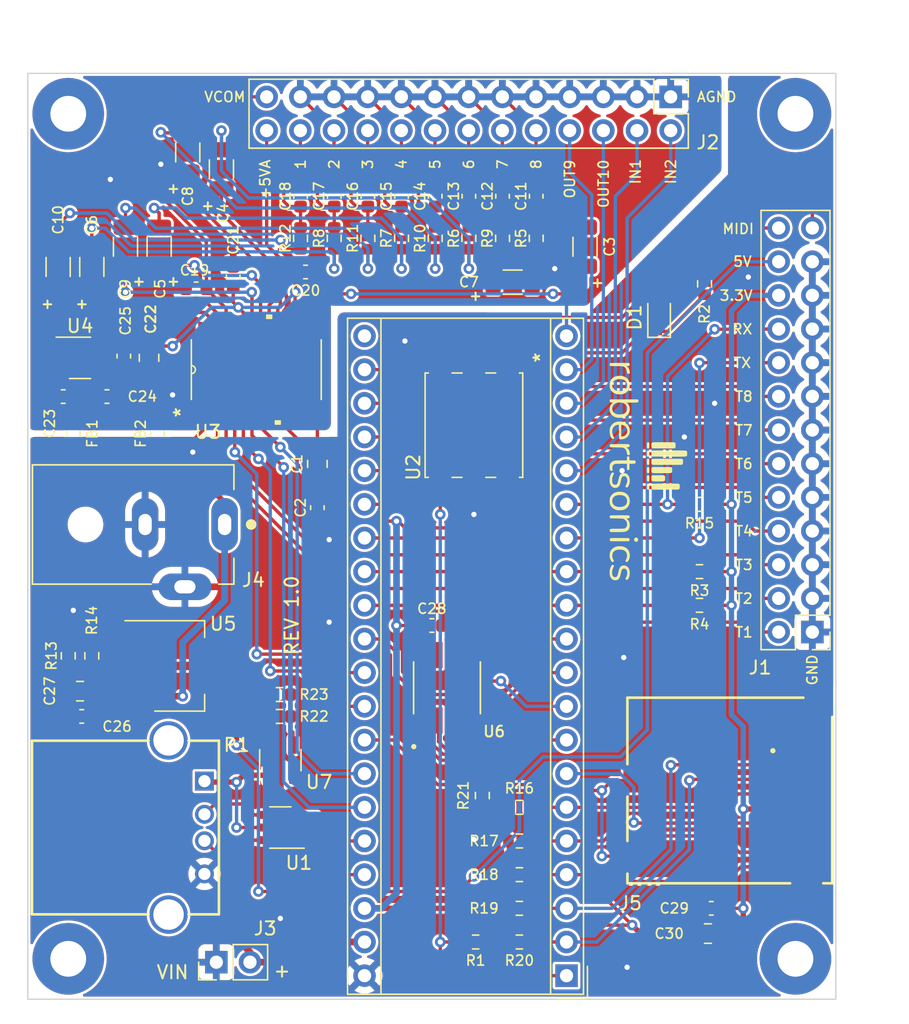
<source format=kicad_pcb>
(kicad_pcb (version 20211014) (generator pcbnew)
  (layers (0 "F.Cu" signal) (31 "B.Cu" signal) (34 "B.Paste" user) (35 "F.Paste" user) (36 "B.SilkS" user "B.Silkscreen") (37 "F.SilkS" user "F.Silkscreen") (38 "B.Mask" user) (39 "F.Mask" user) (44 "Edge.Cuts" user))
  (net 0 "")
  (net 1 "GNDA")
  (net 2 "/Daisy/MIDI_IN")
  (net 3 "+3V3")
  (net 4 "GND")
  (net 5 "/Daisy/T1")
  (net 6 "/Daisy/TX")
  (net 7 "/Daisy/RX")
  (net 8 "Net-(C13-Pad2)")
  (net 9 "/Daisy/T2")
  (net 10 "/Daisy/T3")
  (net 11 "/Daisy/MEM_CS")
  (net 12 "/Daisy/MEM_MISO")
  (net 13 "/Daisy/MEM_WP")
  (net 14 "/Daisy/MEM_MOSI")
  (net 15 "/Daisy/MEM_SCK")
  (net 16 "/Daisy/T4")
  (net 17 "/Daisy/T5")
  (net 18 "/Daisy/T6")
  (net 19 "/Daisy/T7")
  (net 20 "/Daisy/T8")
  (net 21 "/Interfaces/MC")
  (net 22 "/Daisy/DM")
  (net 23 "/Daisy/DP")
  (net 24 "Net-(C3-Pad2)")
  (net 25 "/Audio/OUT8")
  (net 26 "/Daisy/SD_D3")
  (net 27 "/Daisy/SD_D2")
  (net 28 "Net-(C4-Pad2)")
  (net 29 "/Daisy/SD_D1")
  (net 30 "/Daisy/SD_D0")
  (net 31 "/Daisy/SD_CMD")
  (net 32 "/Audio/OUT6")
  (net 33 "Net-(C5-Pad2)")
  (net 34 "/Daisy/SD_CLK")
  (net 35 "/Audio/OUT4")
  (net 36 "Net-(C6-Pad2)")
  (net 37 "/Audio/OUT2")
  (net 38 "Net-(C7-Pad2)")
  (net 39 "/Audio/OUT7")
  (net 40 "Net-(C8-Pad2)")
  (net 41 "/Audio/OUT5")
  (net 42 "Net-(C14-Pad2)")
  (net 43 "Net-(C9-Pad2)")
  (net 44 "/Audio/OUT3")
  (net 45 "Net-(C15-Pad2)")
  (net 46 "/Audio/OUT1")
  (net 47 "Net-(C11-Pad2)")
  (net 48 "Net-(C12-Pad2)")
  (net 49 "Net-(C16-Pad2)")
  (net 50 "Net-(C17-Pad2)")
  (net 51 "Net-(C18-Pad2)")
  (net 52 "/Audio/VCOM")
  (net 53 "+5VA")
  (net 54 "Net-(C23-Pad2)")
  (net 55 "Net-(C24-Pad2)")
  (net 56 "/Daisy/VIN")
  (net 57 "Net-(C10-Pad2)")
  (net 58 "/Interfaces/MA")
  (net 59 "/Audio/SCL")
  (net 60 "+5V")
  (net 61 "/Audio/SDA")
  (net 62 "/Audio/TDM_MCLK")
  (net 63 "/Audio/TDM_DO")
  (net 64 "/Audio/TDM_BCLK")
  (net 65 "/Audio/TDM_FS")
  (net 66 "/Daisy/SD_CD")
  (net 67 "/Audio/OUT9")
  (net 68 "/Audio/OUT10")
  (net 69 "/Audio/IN1")
  (net 70 "/Audio/IN2")
  (net 72 "Net-(P1-Pad2)")
  (net 73 "Net-(P1-Pad3)")
  (net 74 "Net-(D1-Pad1)")
  (net 75 "Net-(R13-Pad1)")
  (net 79 "Net-(P1-Pad1)")
  (net 80 "Net-(R22-Pad2)")
  (footprint "Capacitor_SMD:C_0603_1608Metric" (layer "F.Cu") (at 105.664 107.696 -90)
    (fp_text reference "C2")
    (fp_text value "1.0uF")
  )
  (footprint "Resistor_SMD:R_0603_1608Metric" (layer "F.Cu") (at 106.934 87.376 -90)
    (fp_text reference "R8")
    (fp_text value "2.2K")
  )
  (footprint "LOGO" (layer "F.Cu") (at 130.1242 104.9528 -90)
    (fp_text reference "G***" hide)
    (fp_text value "LOGO" hide)
  )
  (footprint "Resistor_SMD:R_0603_1608Metric" (layer "F.Cu") (at 86.868 118.872 -90)
    (fp_text reference "R13")
    (fp_text value "0")
  )
  (footprint "Capacitor_SMD:C_0603_1608Metric" (layer "F.Cu") (at 112.014 84.201 -90)
    (fp_text reference "C15")
    (fp_text value "3300pF")
  )
  (footprint "Capacitor_SMD:C_0603_1608Metric" (layer "F.Cu") (at 91.059 96.266 -90)
    (fp_text reference "C25")
    (fp_text value "2.2uF")
  )
  (footprint "Inductor_SMD:L_0603_1608Metric" (layer "F.Cu") (at 93.599 102.108 -90)
    (fp_text reference "FB2")
    (fp_text value "600R")
  )
  (footprint "Resistor_SMD:R_0603_1608Metric" (layer "F.Cu") (at 134.493 115.062 180)
    (fp_text reference "R4")
    (fp_text value "2.2K")
  )
  (footprint "Package_TO_SOT_SMD:SOT-223-3_TabPin2" (layer "F.Cu") (at 95.25 119.634)
    (fp_text reference "U5")
    (fp_text value "LM1117-5.0")
  )
  (footprint "Capacitor_SMD:C_0603_1608Metric" (layer "F.Cu") (at 135.382 137.922 180)
    (fp_text reference "C29")
    (fp_text value "0.1uF")
  )
  (footprint "Resistor_SMD:R_0603_1608Metric" (layer "F.Cu") (at 104.394 87.376 -90)
    (fp_text reference "R12")
    (fp_text value "2.2K")
  )
  (footprint "Capacitor_SMD:C_0603_1608Metric" (layer "F.Cu") (at 99.314 90.297 -90)
    (fp_text reference "C21")
    (fp_text value "1.0uF")
  )
  (footprint "Resistor_SMD:R_0603_1608Metric" (layer "F.Cu") (at 114.554 87.376 -90)
    (fp_text reference "R10")
    (fp_text value "2.2K")
  )
  (footprint "Resistor_SMD:R_0603_1608Metric" (layer "F.Cu") (at 102.806 121.793 180)
    (fp_text reference "R23")
    (fp_text value "0")
  )
  (footprint "Resistor_SMD:R_0603_1608Metric" (layer "F.Cu") (at 134.493 107.442 180)
    (fp_text reference "R15")
    (fp_text value "10K")
  )
  (footprint "MountingHole:MountingHole_2.7mm_Pad_TopBottom" (layer "F.Cu") (at 86.868 141.732)
    (fp_text reference "H4" hide)
    (fp_text value "MountingHole")
  )
  (footprint "Capacitor_SMD:C_0603_1608Metric" (layer "F.Cu") (at 96.52 91.186 180)
    (fp_text reference "C19")
    (fp_text value "2.2uF")
  )
  (footprint "Capacitor_SMD:C_0603_1608Metric" (layer "F.Cu") (at 117.094 84.201 -90)
    (fp_text reference "C13")
    (fp_text value "3300pF")
  )
  (footprint "Capacitor_SMD:C_1206_3216Metric" (layer "F.Cu") (at 93.726 88.011 -90)
    (fp_text reference "C5")
    (fp_text value "22uF")
  )
  (footprint "Connector_PinHeader_2.54mm:PinHeader_1x02_P2.54mm_Vertical" (layer "F.Cu") (at 98.039 141.986 90)
    (fp_text reference "J3")
    (fp_text value "Conn_01x02")
  )
  (footprint "H11L1S:H11L1STA" (layer "F.Cu") (at 117.475 101.473 -90)
    (fp_text reference "U2")
    (fp_text value "H11L1STA" hide)
  )
  (footprint "Resistor_SMD:R_0603_1608Metric" (layer "F.Cu") (at 134.874 90.805 -90)
    (fp_text reference "R2")
    (fp_text value "220")
  )
  (footprint "Resistor_SMD:R_0603_1608Metric" (layer "F.Cu") (at 117.094 87.376 -90)
    (fp_text reference "R6")
    (fp_text value "2.2K")
  )
  (footprint "Resistor_SMD:R_0603_1608Metric" (layer "F.Cu") (at 118.11 129.413 90)
    (fp_text reference "R21")
    (fp_text value "10K")
  )
  (footprint "Resistor_SMD:R_0603_1608Metric" (layer "F.Cu") (at 120.904 140.462)
    (fp_text reference "R20")
    (fp_text value "100K")
  )
  (footprint "Connector_PinHeader_2.54mm:PinHeader_2x13_P2.54mm_Vertical" (layer "F.Cu") (at 132.319 76.703 -90)
    (fp_text reference "J2")
    (fp_text value "Conn_02x13_Odd_Even")
  )
  (footprint "Resistor_SMD:R_0603_1608Metric" (layer "F.Cu") (at 109.474 87.376 -90)
    (fp_text reference "R11")
    (fp_text value "2.2K")
  )
  (footprint "Connector_PinHeader_2.54mm:PinHeader_2x13_P2.54mm_Vertical" (layer "F.Cu") (at 143.007 117.079 180)
    (fp_text reference "J1")
    (fp_text value "Conn_02x13_Odd_Even")
  )
  (footprint "Resistor_SMD:R_0603_1608Metric" (layer "F.Cu") (at 119.634 87.376 -90)
    (fp_text reference "R9")
    (fp_text value "2.2K")
  )
  (footprint "Inductor_SMD:L_0603_1608Metric" (layer "F.Cu") (at 87.249 102.108 -90)
    (fp_text reference "FB1")
    (fp_text value "600R")
  )
  (footprint "Capacitor_SMD:C_1206_3216Metric" (layer "F.Cu") (at 86.106 89.535 -90)
    (fp_text reference "C10")
    (fp_text value "22uF")
  )
  (footprint "Resistor_SMD:R_0603_1608Metric" (layer "F.Cu") (at 120.904 130.302)
    (fp_text reference "R16")
    (fp_text value "10K")
  )
  (footprint "Resistor_SMD:R_0603_1608Metric" (layer "F.Cu") (at 88.646 118.872 -90)
    (fp_text reference "R14")
    (fp_text value "DNP")
  )
  (footprint "Capacitor_SMD:C_1206_3216Metric" (layer "F.Cu") (at 91.186 88.011 -90)
    (fp_text reference "C9")
    (fp_text value "22uF")
  )
  (footprint "Capacitor_SMD:C_0603_1608Metric" (layer "F.Cu") (at 114.554 84.201 -90)
    (fp_text reference "C14")
    (fp_text value "3300pF")
  )
  (footprint "MountingHole:MountingHole_2.7mm_Pad_TopBottom" (layer "F.Cu") (at 141.732 141.732)
    (fp_text reference "H3" hide)
    (fp_text value "MountingHole")
  )
  (footprint "Capacitor_SMD:C_1206_3216Metric" (layer "F.Cu") (at 98.425 82.169 -90)
    (fp_text reference "C4")
    (fp_text value "22uF")
  )
  (footprint "Capacitor_SMD:C_0603_1608Metric" (layer "F.Cu") (at 119.634 84.201 -90)
    (fp_text reference "C12")
    (fp_text value "3300pF")
  )
  (footprint "Capacitor_SMD:C_0805_2012Metric" (layer "F.Cu") (at 105.664 104.394 -90)
    (fp_text reference "C1")
    (fp_text value "10uF")
  )
  (footprint "Package_TO_SOT_SMD:SOT-23-5" (layer "F.Cu") (at 87.757 96.393)
    (fp_text reference "U4")
    (fp_text value "LP2985-5.0")
  )
  (footprint "PCM1681Q1:PCM1681TPWPQ1" (layer "F.Cu") (at 101.0539 97.282 90)
    (fp_text reference "U3")
    (fp_text value "PCM1681TPWPQ1" hide)
  )
  (footprint "Capacitor_SMD:C_0603_1608Metric" (layer "F.Cu") (at 114.3 116.586 180)
    (fp_text reference "C28")
    (fp_text value "0.1uF")
  )
  (footprint "Capacitor_SMD:C_0603_1608Metric" (layer "F.Cu") (at 106.934 84.201 -90)
    (fp_text reference "C17")
    (fp_text value "3300pF")
  )
  (footprint "AT25DF256-SSHN-T:SOIC127P599X175-8N" (layer "F.Cu") (at 115.443 121.285 90)
    (fp_text reference "U6")
    (fp_text value "AT25DF256-SSHN-T")
  )
  (footprint "USB-A1HSW6:OST_USB-A1HSW6" (layer "F.Cu") (at 90.636 131.826 -90)
    (fp_text reference "P1")
    (fp_text value "USB-A1HSW6")
  )
  (footprint "Resistor_SMD:R_0603_1608Metric" (layer "F.Cu") (at 117.602 140.462)
    (fp_text reference "R1")
    (fp_text value "2.2K")
  )
  (footprint "Capacitor_SMD:C_0603_1608Metric" (layer "F.Cu") (at 89.789 99.314 180)
    (fp_text reference "C24")
    (fp_text value "10nF")
  )
  (footprint "Resistor_SMD:R_0603_1608Metric" (layer "F.Cu") (at 134.493 112.522 180)
    (fp_text reference "R3")
    (fp_text value "2.2K")
  )
  (footprint "Package_TO_SOT_SMD:SOT-23-5" (layer "F.Cu") (at 102.87 126.746 90)
    (fp_text reference "U7")
    (fp_text value "STMPS2151STR")
  )
  (footprint "Device_Audio_Electrosmith_Daisy_Seed:Device_Audio_Electrosmith_Daisy_Seed" (layer "F.Cu") (at 124.46 143.002 180)
    (fp_text reference "A1" hide)
    (fp_text value "Device_Audio_Electrosmith_Daisy_Seed_Rev4")
  )
  (footprint "Capacitor_SMD:C_0603_1608Metric" (layer "F.Cu") (at 87.884 123.444 180)
    (fp_text reference "C26")
    (fp_text value "0.1uF")
  )
  (footprint "Capacitor_SMD:C_0603_1608Metric" (layer "F.Cu") (at 109.474 84.201 -90)
    (fp_text reference "C16")
    (fp_text value "3300pF")
  )
  (footprint "Capacitor_SMD:C_1206_3216Metric" (layer "F.Cu") (at 95.885 80.899 -90)
    (fp_text reference "C8")
    (fp_text value "22uF")
  )
  (footprint "MountingHole:MountingHole_2.7mm_Pad_TopBottom" (layer "F.Cu") (at 141.732 77.978)
    (fp_text reference "H2" hide)
    (fp_text value "MountingHole")
  )
  (footprint "Capacitor_SMD:C_0603_1608Metric" (layer "F.Cu") (at 122.174 84.201 -90)
    (fp_text reference "C11")
    (fp_text value "3300pF")
  )
  (footprint "Resistor_SMD:R_0603_1608Metric" (layer "F.Cu") (at 112.014 87.376 -90)
    (fp_text reference "R7")
    (fp_text value "2.2K")
  )
  (footprint "Capacitor_SMD:C_0603_1608Metric" (layer "F.Cu") (at 104.775 89.916)
    (fp_text reference "C20")
    (fp_text value "1.0uF")
  )
  (footprint "Capacitor_SMD:C_0805_2012Metric" (layer "F.Cu") (at 92.964 96.393 -90)
    (fp_text reference "C22")
    (fp_text value "10uF")
  )
  (footprint "Capacitor_SMD:C_1206_3216Metric" (layer "F.Cu") (at 120.396 90.678 180)
    (fp_text reference "C7")
    (fp_text value "22uF")
  )
  (footprint "Resistor_SMD:R_0603_1608Metric" (layer "F.Cu") (at 102.807 123.444)
    (fp_text reference "R22")
    (fp_text value "10K")
  )
  (footprint "Diode_SMD:D_SOD-323" (layer "F.Cu") (at 131.445 93.345 90)
    (fp_text reference "D1")
    (fp_text value "D_Schottky")
  )
  (footprint "Capacitor_SMD:C_1206_3216Metric" (layer "F.Cu") (at 88.646 89.535 -90)
    (fp_text reference "C6")
    (fp_text value "22uF")
  )
  (footprint "Package_TO_SOT_SMD:SOT-23-6" (layer "F.Cu") (at 102.87 131.826 180)
    (fp_text reference "U1")
    (fp_text value "USBLC6-2SC6")
  )
  (footprint "Resistor_SMD:R_0603_1608Metric" (layer "F.Cu") (at 120.904 137.922)
    (fp_text reference "R19")
    (fp_text value "100K")
  )
  (footprint "Capacitor_SMD:C_0603_1608Metric" (layer "F.Cu") (at 104.394 84.201 -90)
    (fp_text reference "C18")
    (fp_text value "3300pF")
  )
  (footprint "Resistor_SMD:R_0603_1608Metric" (layer "F.Cu") (at 122.174 87.376 -90)
    (fp_text reference "R5")
    (fp_text value "2.2K")
  )
  (footprint "PJ-059A:CUI_PJ-059A" (layer "F.Cu") (at 98.6685 108.966 180)
    (fp_text reference "J4")
    (fp_text value "PJ-059A")
  )
  (footprint "MountingHole:MountingHole_2.7mm_Pad_TopBottom" (layer "F.Cu") (at 86.868 77.978)
    (fp_text reference "H1" hide)
    (fp_text value "MountingHole")
  )
  (footprint "Capacitor_SMD:C_0805_2012Metric" (layer "F.Cu") (at 87.757 121.539 180)
    (fp_text reference "C27")
    (fp_text value "10uF")
  )
  (footprint "Capacitor_SMD:C_0805_2012Metric" (layer "F.Cu") (at 135.128 139.827 180)
    (fp_text reference "C30")
    (fp_text value "10uF")
  )
  (footprint "MEM2061-01-188-00-A_REVA:MEM2061-01-188-00-A_REVA" (layer "F.Cu") (at 136.779 129.032 90)
    (fp_text reference "J5")
    (fp_text value "MEM2061-01-188-00-A_REVA")
  )
  (footprint "Resistor_SMD:R_0603_1608Metric" (layer "F.Cu") (at 120.904 135.382)
    (fp_text reference "R18")
    (fp_text value "100K")
  )
  (footprint "Capacitor_SMD:C_0603_1608Metric" (layer "F.Cu") (at 86.487 99.314)
    (fp_text reference "C23")
    (fp_text value "1.0uF")
  )
  (footprint "Capacitor_SMD:C_1206_3216Metric" (layer "F.Cu") (at 125.857 88.011 -90)
    (fp_text reference "C3")
    (fp_text value "22uF")
  )
  (footprint "Resistor_SMD:R_0603_1608Metric" (layer "F.Cu") (at 120.904 132.842)
    (fp_text reference "R17")
    (fp_text value "100K")
  )
  (gr_line (start 144.78 144.78) (end 144.78 74.93) (layer "Edge.Cuts") (width 0.1))
  (gr_line (start 83.82 74.93) (end 83.82 144.78) (layer "Edge.Cuts") (width 0.1))
  (gr_line (start 83.82 144.78) (end 144.78 144.78) (layer "Edge.Cuts") (width 0.1))
  (gr_line (start 144.78 74.93) (end 83.82 74.93) (layer "Edge.Cuts") (width 0.1))
  (gr_text "T1" (at 137.8458 117.094) (layer "F.SilkS") (effects (font (size 0.762 0.762) (thickness 0.127))))
  (gr_text "GND" (at 143.002 119.9388 90) (layer "F.SilkS") (effects (font (size 0.762 0.762) (thickness 0.127))))
  (gr_text "3" (at 109.474 81.788 90) (layer "F.SilkS") (effects (font (size 0.762 0.762) (thickness 0.127))))
  (gr_text "IN2" (at 132.334 82.3468 90) (layer "F.SilkS") (effects (font (size 0.762 0.762) (thickness 0.127))))
  (gr_text "2" (at 106.934 81.788 90) (layer "F.SilkS") (effects (font (size 0.762 0.762) (thickness 0.127))))
  (gr_text "OUT10" (at 127.254 83.2612 90) (layer "F.SilkS") (effects (font (size 0.762 0.762) (thickness 0.127))))
  (gr_text "VCOM" (at 98.679 76.708) (layer "F.SilkS") (effects (font (size 0.762 0.762) (thickness 0.127))))
  (gr_text "OUT9" (at 124.714 82.9056 90) (layer "F.SilkS") (effects (font (size 0.762 0.762) (thickness 0.127))))
  (gr_text "6" (at 117.094 81.788 90) (layer "F.SilkS") (effects (font (size 0.762 0.762) (thickness 0.127))))
  (gr_text "+" (at 102.997 142.621) (layer "F.SilkS") (effects (font (size 1 1))))
  (gr_text "T7" (at 137.8458 101.854) (layer "F.SilkS") (effects (font (size 0.762 0.762) (thickness 0.127))))
  (gr_text "T2" (at 137.8458 114.554) (layer "F.SilkS") (effects (font (size 0.762 0.762) (thickness 0.127))))
  (gr_text "5" (at 114.554 81.788 90) (layer "F.SilkS") (effects (font (size 0.762 0.762) (thickness 0.127))))
  (gr_text "IN1" (at 129.667 82.3468 90) (layer "F.SilkS") (effects (font (size 0.762 0.762) (thickness 0.127))))
  (gr_text "VIN" (at 94.742 142.748) (layer "F.SilkS") (effects (font (size 1 1))))
  (gr_text "8" (at 122.174 81.788 90) (layer "F.SilkS") (effects (font (size 0.762 0.762) (thickness 0.127))))
  (gr_text "1" (at 104.394 81.788 90) (layer "F.SilkS") (effects (font (size 0.762 0.762) (thickness 0.127))))
  (gr_text "T5" (at 137.8458 106.934) (layer "F.SilkS") (effects (font (size 0.762 0.762) (thickness 0.127))))
  (gr_text "+" (at 94.8 83.6) (layer "F.SilkS") (effects (font (size 0.75 0.75))))
  (gr_text "TX" (at 137.7188 96.774) (layer "F.SilkS") (effects (font (size 0.762 0.762) (thickness 0.127))))
  (gr_text "3.3V" (at 137.2616 91.694) (layer "F.SilkS") (effects (font (size 0.762 0.762) (thickness 0.127))))
  (gr_text "+" (at 97.4 84.9) (layer "F.SilkS") (effects (font (size 0.75 0.75))))
  (gr_text "T8" (at 137.8458 99.314) (layer "F.SilkS") (effects (font (size 0.762 0.762) (thickness 0.127))))
  (gr_text "MIDI" (at 137.414 86.6648) (layer "F.SilkS") (effects (font (size 0.762 0.762) (thickness 0.127))))
  (gr_text "RX" (at 137.7188 94.234) (layer "F.SilkS") (effects (font (size 0.762 0.762) (thickness 0.127))))
  (gr_text "AGND" (at 135.7884 76.708) (layer "F.SilkS") (effects (font (size 0.762 0.762) (thickness 0.127))))
  (gr_text "5V" (at 137.73145 89.129384) (layer "F.SilkS") (effects (font (size 0.762 0.762) (thickness 0.127))))
  (gr_text "+" (at 94.8 90.6) (layer "F.SilkS") (effects (font (size 0.75 0.75))))
  (gr_text "REV 1.0" (at 103.7336 115.824 90) (layer "F.SilkS") (effects (font (size 1.016 1.016) (thickness 0.1524))))
  (gr_text "+" (at 85.3 92.3) (layer "F.SilkS") (effects (font (size 0.75 0.75))))
  (gr_text "T3" (at 137.8458 112.014) (layer "F.SilkS") (effects (font (size 0.762 0.762) (thickness 0.127))))
  (gr_text "+" (at 126.8 90.7) (layer "F.SilkS") (effects (font (size 0.75 0.75))))
  (gr_text "+" (at 117.6 91.7) (layer "F.SilkS") (effects (font (size 0.75 0.75))))
  (gr_text "T4" (at 137.8458 109.474) (layer "F.SilkS") (effects (font (size 0.762 0.762) (thickness 0.127))))
  (gr_text "4" (at 112.014 81.788 90) (layer "F.SilkS") (effects (font (size 0.762 0.762) (thickness 0.127))))
  (gr_text "T6" (at 137.8458 104.394) (layer "F.SilkS") (effects (font (size 0.762 0.762) (thickness 0.127))))
  (gr_text "7" (at 119.634 81.788 90) (layer "F.SilkS") (effects (font (size 0.762 0.762) (thickness 0.127))))
  (gr_text "+" (at 87.9 92.3) (layer "F.SilkS") (effects (font (size 0.75 0.75))))
  (gr_text "+5VA" (at 101.727 82.931 90) (layer "F.SilkS") (effects (font (size 0.762 0.762) (thickness 0.127))))
  (gr_text "+" (at 92.2 90.6) (layer "F.SilkS") (effects (font (size 0.75 0.75))))
  (segment (start 99.428872 95.656972) (end 101.0539 97.282) (width 0.254) (layer "F.Cu") (net 1))
  (segment (start 104.394 82.55) (end 105.664 81.28) (width 0.25) (layer "F.Cu") (net 1))
  (segment (start 113.284 81.28) (end 113.284 77.988) (width 0.25) (layer "F.Cu") (net 1))
  (segment (start 119.634 82.55) (end 120.904 81.28) (width 0.25) (layer "F.Cu") (net 1))
  (segment (start 118.364 81.28) (end 118.364 77.988) (width 0.25) (layer "F.Cu") (net 1))
  (segment (start 113.284 77.988) (end 111.999 76.703) (width 0.25) (layer "F.Cu") (net 1))
  (segment (start 99.428872 94.3102) (end 99.428872 95.656972) (width 0.254) (layer "F.Cu") (net 1))
  (segment (start 106.934 82.55) (end 106.934 83.426) (width 0.25) (layer "F.Cu") (net 1))
  (segment (start 120.904 77.988) (end 119.619 76.703) (width 0.25) (layer "F.Cu") (net 1))
  (segment (start 105.664 81.28) (end 105.664 77.988) (width 0.25) (layer "F.Cu") (net 1))
  (segment (start 108.204 81.28) (end 108.204 77.988) (width 0.25) (layer "F.Cu") (net 1))
  (segment (start 103.32894 94.3102) (end 103.32894 95.55306) (width 0.254) (layer "F.Cu") (net 1))
  (segment (start 120.904 81.28) (end 120.904 77.988) (width 0.25) (layer "F.Cu") (net 1))
  (segment (start 104.394 82.55) (end 104.394 83.426) (width 0.25) (layer "F.Cu") (net 1))
  (segment (start 109.474 82.55) (end 110.744 81.28) (width 0.25) (layer "F.Cu") (net 1))
  (segment (start 108.204 77.988) (end 106.919 76.703) (width 0.25) (layer "F.Cu") (net 1))
  (segment (start 110.744 77.988) (end 109.459 76.703) (width 0.25) (layer "F.Cu") (net 1))
  (segment (start 112.014 82.55) (end 113.284 81.28) (width 0.25) (layer "F.Cu") (net 1))
  (segment (start 117.094 82.55) (end 117.094 83.426) (width 0.25) (layer "F.Cu") (net 1))
  (segment (start 106.934 82.55) (end 108.204 81.28) (width 0.25) (layer "F.Cu") (net 1))
  (segment (start 119.634 82.55) (end 119.634 83.426) (width 0.25) (layer "F.Cu") (net 1))
  (segment (start 114.554 83.426) (end 114.554 82.55) (width 0.25) (layer "F.Cu") (net 1))
  (segment (start 115.824 81.28) (end 115.824 77.988) (width 0.25) (layer "F.Cu") (net 1))
  (segment (start 114.554 82.55) (end 115.824 81.28) (width 0.25) (layer "F.Cu") (net 1))
  (segment (start 117.094 82.55) (end 118.364 81.28) (width 0.25) (layer "F.Cu") (net 1))
  (segment (start 103.32894 95.55306) (end 101.6 97.282) (width 0.254) (layer "F.Cu") (net 1))
  (segment (start 109.474 82.55) (end 109.474 83.426) (width 0.25) (layer "F.Cu") (net 1))
  (segment (start 101.6 97.282) (end 101.0539 97.282) (width 0.254) (layer "F.Cu") (net 1))
  (segment (start 112.014 82.55) (end 112.014 83.426) (width 0.25) (layer "F.Cu") (net 1))
  (segment (start 110.744 81.28) (end 110.744 77.988) (width 0.25) (layer "F.Cu") (net 1))
  (segment (start 118.364 77.988) (end 117.079 76.703) (width 0.25) (layer "F.Cu") (net 1))
  (segment (start 115.824 77.988) (end 114.539 76.703) (width 0.25) (layer "F.Cu") (net 1))
  (segment (start 105.664 77.988) (end 104.379 76.703) (width 0.25) (layer "F.Cu") (net 1))
  (via (at 90.043 82.931) (size 0.8) (drill 0.4) (layers "F.Cu" "B.Cu") (net 1))
  (via (at 123.571 89.662) (size 0.8) (drill 0.4) (layers "F.Cu" "B.Cu") (net 1))
  (via (at 93.853 81.788) (size 0.8) (drill 0.4) (layers "F.Cu" "B.Cu") (net 1))
  (via (at 94.742 99.187) (size 0.8) (drill 0.4) (layers "F.Cu" "B.Cu") (net 1))
  (segment (start 124.46 90.551) (end 123.571 89.662) (width 0.254) (layer "B.Cu") (net 1))
  (segment (start 124.46 94.742) (end 124.46 90.551) (width 0.254) (layer "B.Cu") (net 1))
  (segment (start 124.46 143.002) (end 115.824 143.002) (width 0.254) (layer "F.Cu") (net 2))
  (segment (start 114.935 142.113) (end 114.935 140.462) (width 0.254) (layer "F.Cu") (net 2))
  (segment (start 114.935 140.462) (end 116.777 140.462) (width 0.254) (layer "F.Cu") (net 2))
  (segment (start 115.824 143.002) (end 114.935 142.113) (width 0.254) (layer "F.Cu") (net 2))
  (segment (start 114.935 106.3182) (end 114.935 108.204) (width 0.254) (layer "F.Cu") (net 2))
  (via (at 114.935 140.462) (size 0.8) (drill 0.4) (layers "F.Cu" "B.Cu") (net 2))
  (via (at 114.935 108.204) (size 0.8) (drill 0.4) (layers "F.Cu" "B.Cu") (net 2))
  (segment (start 114.935 108.204) (end 114.935 140.462) (width 0.254) (layer "B.Cu") (net 2))
  (segment (start 120.015 107.95) (end 118.745 109.22) (width 0.254) (layer "F.Cu") (net 3))
  (segment (start 111.633 108.712) (end 108.204 108.712) (width 0.254) (layer "F.Cu") (net 3))
  (segment (start 129.413 139.192) (end 132.207 141.986) (width 0.4064) (layer "F.Cu") (net 3))
  (segment (start 120.079 140.462) (end 120.079 139.129) (width 0.254) (layer "F.Cu") (net 3))
  (segment (start 135.318 115.062) (end 136.906 115.062) (width 0.254) (layer "F.Cu") (net 3))
  (segment (start 102.028917 100.2538) (end 102.028917 101.139917) (width 0.254) (layer "F.Cu") (net 3))
  (segment (start 120.079 132.842) (end 120.079 130.302) (width 0.254) (layer "F.Cu") (net 3))
  (segment (start 132.207 141.986) (end 135.255 141.986) (width 0.4064) (layer "F.Cu") (net 3))
  (segment (start 113.525 116.586) (end 111.633 116.586) (width 0.254) (layer "F.Cu") (net 3))
  (segment (start 137.795 137.922) (end 136.157 137.922) (width 0.254) (layer "F.Cu") (net 3))
  (segment (start 112.268 109.22) (end 111.76 108.712) (width 0.254) (layer "F.Cu") (net 3))
  (segment (start 137.16 139.827) (end 137.795 139.192) (width 0.4064) (layer "F.Cu") (net 3))
  (segment (start 109.22 137.922) (end 120.079 137.922) (width 0.4064) (layer "F.Cu") (net 3))
  (segment (start 118.427 140.462) (end 120.079 140.462) (width 0.254) (layer "F.Cu") (net 3))
  (segment (start 108.204 108.712) (end 106.413 106.921) (width 0.254) (layer "F.Cu") (net 3))
  (segment (start 102.028917 101.139917) (end 102.489 101.6) (width 0.254) (layer "F.Cu") (net 3))
  (segment (start 120.079 136.589) (end 120.142 136.652) (width 0.254) (layer "F.Cu") (net 3))
  (segment (start 120.079 139.129) (end 120.079 137.922) (width 0.254) (layer "F.Cu") (net 3))
  (segment (start 120.015 130.238) (end 120.079 130.302) (width 0.254) (layer "F.Cu") (net 3))
  (segment (start 120.079 136.589) (end 120.079 135.382) (width 0.254) (layer "F.Cu") (net 3))
  (segment (start 120.142 136.652) (end 126.873 136.652) (width 0.254) (layer "F.Cu") (net 3))
  (segment (start 126.873 136.652) (end 129.413 139.192) (width 0.254) (layer "F.Cu") (net 3))
  (segment (start 140.167 130.429) (end 140.204 130.392) (width 0.4064) (layer "F.Cu") (net 3))
  (segment (start 105.664 105.344) (end 105.664 106.921) (width 0.254) (layer "F.Cu") (net 3))
  (segment (start 137.795 139.192) (end 137.795 137.922) (width 0.4064) (layer "F.Cu") (net 3))
  (segment (start 136.144 139.893) (end 136.078 139.827) (width 0.4064) (layer "F.Cu") (net 3))
  (segment (start 113.525 116.586) (end 113.525 118.802) (width 0.254) (layer "F.Cu") (net 3))
  (segment (start 136.078 139.827) (end 137.16 139.827) (width 0.4064) (layer "F.Cu") (net 3))
  (segment (start 118.11 130.238) (end 120.015 130.238) (width 0.254) (layer "F.Cu") (net 3))
  (segment (start 135.318 107.442) (end 136.906 107.442) (width 0.254) (layer "F.Cu") (net 3))
  (segment (start 135.255 141.986) (end 136.144 141.097) (width 0.4064) (layer "F.Cu") (net 3))
  (segment (start 135.318 112.522) (end 136.906 112.522) (width 0.254) (layer "F.Cu") (net 3))
  (segment (start 120.079 139.129) (end 120.142 139.192) (width 0.254) (layer "F.Cu") (net 3))
  (segment (start 120.142 139.192) (end 129.413 139.192) (width 0.254) (layer "F.Cu") (net 3))
  (segment (start 104.14 104.394) (end 105.09 105.344) (width 0.254) (layer "F.Cu") (net 3))
  (segment (start 137.795 130.429) (end 140.167 130.429) (width 0.4064) (layer "F.Cu") (net 3))
  (segment (start 102.489 101.6) (end 103.251 101.6) (width 0.254) (layer "F.Cu") (net 3))
  (segment (start 104.14 102.489) (end 104.14 104.394) (width 0.254) (layer "F.Cu") (net 3))
  (segment (start 136.144 141.097) (end 136.144 139.893) (width 0.4064) (layer "F.Cu") (net 3))
  (segment (start 120.079 137.922) (end 120.079 136.589) (width 0.254) (layer "F.Cu") (net 3))
  (segment (start 114.808 118.815) (end 113.538 118.815) (width 0.254) (layer "F.Cu") (net 3))
  (segment (start 111.76 108.712) (end 111.633 108.712) (width 0.254) (layer "F.Cu") (net 3))
  (segment (start 120.015 106.3182) (end 120.015 107.95) (width 0.254) (layer "F.Cu") (net 3))
  (segment (start 118.745 109.22) (end 112.268 109.22) (width 0.254) (layer "F.Cu") (net 3))
  (segment (start 103.251 101.6) (end 104.14 102.489) (width 0.254) (layer "F.Cu") (net 3))
  (segment (start 106.413 106.921) (end 105.664 106.921) (width 0.254) (layer "F.Cu") (net 3))
  (segment (start 120.079 135.382) (end 120.079 132.842) (width 0.254) (layer "F.Cu") (net 3))
  (segment (start 105.09 105.344) (end 105.664 105.344) (width 0.254) (layer "F.Cu") (net 3))
  (via (at 137.795 137.922) (size 0.8) (drill 0.4) (layers "F.Cu" "B.Cu") (net 3))
  (via (at 129.413 139.192) (size 0.8) (drill 0.4) (layers "F.Cu" "B.Cu") (net 3))
  (via (at 136.906 115.062) (size 0.8) (drill 0.4) (layers "F.Cu" "B.Cu") (net 3))
  (via (at 136.906 112.522) (size 0.8) (drill 0.4) (layers "F.Cu" "B.Cu") (net 3))
  (via (at 111.633 108.712) (size 0.8) (drill 0.4) (layers "F.Cu" "B.Cu") (net 3))
  (via (at 136.906 107.442) (size 0.8) (drill 0.4) (layers "F.Cu" "B.Cu") (net 3))
  (via (at 111.633 116.586) (size 0.8) (drill 0.4) (layers "F.Cu" "B.Cu") (net 3))
  (via (at 137.795 130.429) (size 0.8) (drill 0.4) (layers "F.Cu" "B.Cu") (net 3))
  (segment (start 136.906 123.317) (end 136.906 115.062) (width 0.4064) (layer "B.Cu") (net 3))
  (segment (start 136.906 115.062) (end 136.906 112.522) (width 0.4064) (layer "B.Cu") (net 3))
  (segment (start 136.906 112.522) (end 136.906 107.442) (width 0.4064) (layer "B.Cu") (net 3))
  (segment (start 136.906 107.442) (end 136.906 92.837) (width 0.4064) (layer "B.Cu") (net 3))
  (segment (start 109.22 137.922) (end 110.49 137.922) (width 0.508) (layer "B.Cu") (net 3))
  (segment (start 137.795 130.429) (end 137.795 124.206) (width 0.4064) (layer "B.Cu") (net 3))
  (segment (start 111.633 116.586) (end 111.633 108.712) (width 0.508) (layer "B.Cu") (net 3))
  (segment (start 137.795 137.922) (end 137.795 130.429) (width 0.4064) (layer "B.Cu") (net 3))
  (segment (start 138.064 91.679) (end 140.467 91.679) (width 0.4064) (layer "B.Cu") (net 3))
  (segment (start 110.49 137.922) (end 111.633 136.779) (width 0.508) (layer "B.Cu") (net 3))
  (segment (start 136.906 92.837) (end 138.064 91.679) (width 0.4064) (layer "B.Cu") (net 3))
  (segment (start 111.633 136.779) (end 111.633 116.586) (width 0.508) (layer "B.Cu") (net 3))
  (segment (start 137.795 124.206) (end 136.906 123.317) (width 0.4064) (layer "B.Cu") (net 3))
  (segment (start 97.478837 100.2538) (end 97.478837 101.403163) (width 0.254) (layer "F.Cu") (net 4))
  (segment (start 103.978951 100.2538) (end 104.628963 100.2538) (width 0.254) (layer "F.Cu") (net 4))
  (segment (start 96.266 102.616) (end 96.266 103.505) (width 0.254) (layer "F.Cu") (net 4))
  (segment (start 104.628963 100.2538) (end 105.278974 100.2538) (width 0.254) (layer "F.Cu") (net 4))
  (segment (start 105.278974 101.214974) (end 105.664 101.6) (width 0.254) (layer "F.Cu") (net 4))
  (segment (start 105.664 101.6) (end 105.664 103.444) (width 0.254) (layer "F.Cu") (net 4))
  (segment (start 105.278974 100.2538) (end 105.278974 101.214974) (width 0.254) (layer "F.Cu") (net 4))
  (segment (start 97.478837 101.403163) (end 96.266 102.616) (width 0.254) (layer "F.Cu") (net 4))
  (segment (start 103.32894 100.2538) (end 103.978951 100.2538) (width 0.254) (layer "F.Cu") (net 4))
  (segment (start 102.678928 100.2538) (end 103.32894 100.2538) (width 0.254) (layer "F.Cu") (net 4))
  (via (at 138.176 90.297) (size 0.8) (drill 0.4) (layers "F.Cu" "B.Cu") (net 4))
  (via (at 87.249 115.443) (size 0.8) (drill 0.4) (layers "F.Cu" "B.Cu") (net 4))
  (via (at 117.475 108.204) (size 0.8) (drill 0.4) (layers "F.Cu" "B.Cu") (net 4))
  (via (at 128.778 118.999) (size 0.8) (drill 0.4) (layers "F.Cu" "B.Cu") (net 4))
  (via (at 102.87 138.684) (size 0.8) (drill 0.4) (layers "F.Cu" "B.Cu") (net 4))
  (via (at 106.553 110.109) (size 0.8) (drill 0.4) (layers "F.Cu" "B.Cu") (net 4))
  (via (at 133.35 102.362) (size 0.8) (drill 0.4) (layers "F.Cu" "B.Cu") (net 4))
  (via (at 112.268 95.123) (size 0.8) (drill 0.4) (layers "F.Cu" "B.Cu") (net 4))
  (via (at 117.475 132.715) (size 0.8) (drill 0.4) (layers "F.Cu" "B.Cu") (net 4))
  (via (at 128.651 104.902) (size 0.8) (drill 0.4) (layers "F.Cu" "B.Cu") (net 4))
  (via (at 96.266 103.505) (size 0.8) (drill 0.4) (layers "F.Cu" "B.Cu") (net 4))
  (via (at 106.553 116.332) (size 0.8) (drill 0.4) (layers "F.Cu" "B.Cu") (net 4))
  (via (at 135.636 99.822) (size 0.8) (drill 0.4) (layers "F.Cu" "B.Cu") (net 4))
  (via (at 129.032 142.367) (size 0.8) (drill 0.4) (layers "F.Cu" "B.Cu") (net 4))
  (segment (start 120.142 115.062) (end 121.412 116.332) (width 0.254) (layer "F.Cu") (net 5))
  (segment (start 121.412 116.332) (end 137.795 116.332) (width 0.254) (layer "F.Cu") (net 5))
  (segment (start 138.542 117.079) (end 140.467 117.079) (width 0.254) (layer "F.Cu") (net 5))
  (segment (start 137.795 116.332) (end 138.542 117.079) (width 0.254) (layer "F.Cu") (net 5))
  (segment (start 109.22 115.062) (end 120.142 115.062) (width 0.254) (layer "F.Cu") (net 5))
  (segment (start 124.46 109.982) (end 134.493 109.982) (width 0.254) (layer "F.Cu") (net 6))
  (segment (start 134.493 96.774) (end 134.508 96.759) (width 0.254) (layer "F.Cu") (net 6))
  (segment (start 134.508 96.759) (end 140.467 96.759) (width 0.254) (layer "F.Cu") (net 6))
  (via (at 134.493 96.774) (size 0.8) (drill 0.4) (layers "F.Cu" "B.Cu") (net 6))
  (via (at 134.493 109.982) (size 0.8) (drill 0.4) (layers "F.Cu" "B.Cu") (net 6))
  (segment (start 134.493 109.982) (end 134.493 96.774) (width 0.254) (layer "B.Cu") (net 6))
  (segment (start 132.08 107.442) (end 124.46 107.442) (width 0.254) (layer "F.Cu") (net 7))
  (segment (start 133.668 107.442) (end 132.08 107.442) (width 0.254) (layer "F.Cu") (net 7))
  (segment (start 135.636 94.234) (end 140.467 94.219) (width 0.254) (layer "F.Cu") (net 7))
  (via (at 132.08 107.442) (size 0.8) (drill 0.4) (layers "F.Cu" "B.Cu") (net 7))
  (via (at 135.636 94.234) (size 0.8) (drill 0.4) (layers "F.Cu" "B.Cu") (net 7))
  (segment (start 132.08 97.79) (end 132.08 107.442) (width 0.254) (layer "B.Cu") (net 7))
  (segment (start 135.636 94.234) (end 132.08 97.79) (width 0.254) (layer "B.Cu") (net 7))
  (segment (start 117.094 86.551) (end 117.094 84.976) (width 0.25) (layer "F.Cu") (net 8))
  (segment (start 115.824 82.423) (end 117.079 81.168) (width 0.25) (layer "F.Cu") (net 8))
  (segment (start 117.079 81.168) (end 117.079 79.243) (width 0.25) (layer "F.Cu") (net 8))
  (segment (start 116.218 84.976) (end 115.824 84.582) (width 0.25) (layer "F.Cu") (net 8))
  (segment (start 115.824 84.582) (end 115.824 82.423) (width 0.25) (layer "F.Cu") (net 8))
  (segment (start 117.094 84.976) (end 116.218 84.976) (width 0.25) (layer "F.Cu") (net 8))
  (segment (start 109.22 112.522) (end 120.65 112.522) (width 0.254) (layer "F.Cu") (net 9))
  (segment (start 120.65 112.522) (end 121.92 113.792) (width 0.254) (layer "F.Cu") (net 9))
  (segment (start 121.92 113.792) (end 137.922 113.792) (width 0.254) (layer "F.Cu") (net 9))
  (segment (start 137.922 113.792) (end 138.684 114.554) (width 0.254) (layer "F.Cu") (net 9))
  (segment (start 138.699 114.539) (end 140.467 114.539) (width 0.254) (layer "F.Cu") (net 9))
  (segment (start 138.684 114.554) (end 138.699 114.539) (width 0.254) (layer "F.Cu") (net 9))
  (segment (start 121.666 109.982) (end 122.936 111.252) (width 0.254) (layer "F.Cu") (net 10))
  (segment (start 109.22 109.982) (end 121.666 109.982) (width 0.254) (layer "F.Cu") (net 10))
  (segment (start 138.699 111.999) (end 140.467 111.999) (width 0.254) (layer "F.Cu") (net 10))
  (segment (start 122.936 111.252) (end 137.922 111.252) (width 0.254) (layer "F.Cu") (net 10))
  (segment (start 137.922 111.252) (end 138.684 112.014) (width 0.254) (layer "F.Cu") (net 10))
  (segment (start 138.684 112.014) (end 138.699 111.999) (width 0.254) (layer "F.Cu") (net 10))
  (segment (start 114.935 126.746) (end 113.538 125.349) (width 0.254) (layer "F.Cu") (net 11))
  (segment (start 113.538 125.349) (end 113.538 123.755) (width 0.254) (layer "F.Cu") (net 11))
  (segment (start 124.46 125.222) (end 120.269 125.222) (width 0.254) (layer "F.Cu") (net 11))
  (segment (start 118.745 126.746) (end 114.935 126.746) (width 0.254) (layer "F.Cu") (net 11))
  (segment (start 120.269 125.222) (end 118.745 126.746) (width 0.254) (layer "F.Cu") (net 11))
  (segment (start 114.808 125.349) (end 114.808 123.755) (width 0.254) (layer "F.Cu") (net 12))
  (segment (start 119.888 124.333) (end 118.364 125.857) (width 0.254) (layer "F.Cu") (net 12))
  (segment (start 119.888 122.174) (end 119.888 124.333) (width 0.254) (layer "F.Cu") (net 12))
  (segment (start 124.46 120.142) (end 121.92 120.142) (width 0.254) (layer "F.Cu") (net 12))
  (segment (start 118.364 125.857) (end 115.316 125.857) (width 0.254) (layer "F.Cu") (net 12))
  (segment (start 121.92 120.142) (end 119.888 122.174) (width 0.254) (layer "F.Cu") (net 12))
  (segment (start 115.316 125.857) (end 114.808 125.349) (width 0.254) (layer "F.Cu") (net 12))
  (segment (start 111.633 120.269) (end 113.157 121.793) (width 0.254) (layer "F.Cu") (net 13))
  (segment (start 111.633 118.618) (end 111.633 120.269) (width 0.254) (layer "F.Cu") (net 13))
  (segment (start 110.617 117.602) (end 111.633 118.618) (width 0.254) (layer "F.Cu") (net 13))
  (segment (start 109.22 117.602) (end 110.617 117.602) (width 0.254) (layer "F.Cu") (net 13))
  (segment (start 113.157 121.793) (end 115.697 121.793) (width 0.254) (layer "F.Cu") (net 13))
  (segment (start 116.078 122.174) (end 116.078 123.755) (width 0.254) (layer "F.Cu") (net 13))
  (segment (start 115.697 121.793) (end 116.078 122.174) (width 0.254) (layer "F.Cu") (net 13))
  (segment (start 119.691 118.815) (end 117.348 118.815) (width 0.254) (layer "F.Cu") (net 14))
  (segment (start 124.46 117.602) (end 120.904 117.602) (width 0.254) (layer "F.Cu") (net 14))
  (segment (start 120.904 117.602) (end 119.691 118.815) (width 0.254) (layer "F.Cu") (net 14))
  (segment (start 119.507 120.777) (end 116.586 120.777) (width 0.254) (layer "F.Cu") (net 15))
  (segment (start 116.078 120.269) (end 116.078 118.815) (width 0.254) (layer "F.Cu") (net 15))
  (segment (start 116.586 120.777) (end 116.078 120.269) (width 0.254) (layer "F.Cu") (net 15))
  (via (at 119.507 120.777) (size 0.8) (drill 0.4) (layers "F.Cu" "B.Cu") (net 15))
  (segment (start 121.412 122.682) (end 119.507 120.777) (width 0.254) (layer "B.Cu") (net 15))
  (segment (start 124.46 122.682) (end 121.412 122.682) (width 0.254) (layer "B.Cu") (net 15))
  (segment (start 121.666 105.41) (end 121.666 108.331) (width 0.254) (layer "F.Cu") (net 16))
  (segment (start 138.699 109.459) (end 140.467 109.459) (width 0.254) (layer "F.Cu") (net 16))
  (segment (start 121.031 104.775) (end 121.666 105.41) (width 0.254) (layer "F.Cu") (net 16))
  (segment (start 113.538 104.775) (end 121.031 104.775) (width 0.254) (layer "F.Cu") (net 16))
  (segment (start 121.666 108.331) (end 122.047 108.712) (width 0.254) (layer "F.Cu") (net 16))
  (segment (start 110.871 107.442) (end 113.538 104.775) (width 0.254) (layer "F.Cu") (net 16))
  (segment (start 109.22 107.442) (end 110.871 107.442) (width 0.254) (layer "F.Cu") (net 16))
  (segment (start 122.047 108.712) (end 137.922 108.712) (width 0.254) (layer "F.Cu") (net 16))
  (segment (start 137.922 108.712) (end 138.684 109.474) (width 0.254) (layer "F.Cu") (net 16))
  (segment (start 138.684 109.474) (end 138.699 109.459) (width 0.254) (layer "B.Cu") (net 16))
  (segment (start 123.571 106.172) (end 137.795 106.172) (width 0.254) (layer "F.Cu") (net 17))
  (segment (start 121.285 103.886) (end 123.571 106.172) (width 0.254) (layer "F.Cu") (net 17))
  (segment (start 111.506 104.902) (end 112.522 103.886) (width 0.254) (layer "F.Cu") (net 17))
  (segment (start 137.795 106.172) (end 138.557 106.934) (width 0.254) (layer "F.Cu") (net 17))
  (segment (start 109.22 104.902) (end 111.506 104.902) (width 0.254) (layer "F.Cu") (net 17))
  (segment (start 138.572 106.919) (end 140.467 106.919) (width 0.254) (layer "F.Cu") (net 17))
  (segment (start 112.522 103.886) (end 121.285 103.886) (width 0.254) (layer "F.Cu") (net 17))
  (segment (start 138.557 106.934) (end 138.572 106.919) (width 0.254) (layer "F.Cu") (net 17))
  (segment (start 138.684 104.394) (end 138.699 104.379) (width 0.254) (layer "F.Cu") (net 18))
  (segment (start 137.922 103.632) (end 138.684 104.394) (width 0.254) (layer "F.Cu") (net 18))
  (segment (start 121.412 102.362) (end 122.682 103.632) (width 0.254) (layer "F.Cu") (net 18))
  (segment (start 122.682 103.632) (end 137.922 103.632) (width 0.254) (layer "F.Cu") (net 18))
  (segment (start 109.22 102.362) (end 121.412 102.362) (width 0.254) (layer "F.Cu") (net 18))
  (segment (start 138.699 104.379) (end 140.467 104.379) (width 0.254) (layer "F.Cu") (net 18))
  (segment (start 121.666 99.822) (end 122.936 101.092) (width 0.254) (layer "F.Cu") (net 19))
  (segment (start 122.936 101.092) (end 137.922 101.092) (width 0.254) (layer "F.Cu") (net 19))
  (segment (start 138.684 101.854) (end 138.699 101.839) (width 0.254) (layer "F.Cu") (net 19))
  (segment (start 138.699 101.839) (end 140.467 101.839) (width 0.254) (layer "F.Cu") (net 19))
  (segment (start 137.922 101.092) (end 138.684 101.854) (width 0.254) (layer "F.Cu") (net 19))
  (segment (start 109.22 99.822) (end 121.666 99.822) (width 0.254) (layer "F.Cu") (net 19))
  (segment (start 138.699 99.299) (end 140.467 99.299) (width 0.254) (layer "F.Cu") (net 20))
  (segment (start 113.411 98.552) (end 137.922 98.552) (width 0.254) (layer "F.Cu") (net 20))
  (segment (start 109.22 97.282) (end 112.141 97.282) (width 0.254) (layer "F.Cu") (net 20))
  (segment (start 137.922 98.552) (end 138.684 99.314) (width 0.254) (layer "F.Cu") (net 20))
  (segment (start 138.684 99.314) (end 138.699 99.299) (width 0.254) (layer "F.Cu") (net 20))
  (segment (start 112.141 97.282) (end 113.411 98.552) (width 0.254) (layer "F.Cu") (net 20))
  (segment (start 137.795 83.947) (end 142.367 83.947) (width 0.254) (layer "F.Cu") (net 21))
  (segment (start 143.007 84.587) (end 143.007 86.599) (width 0.254) (layer "F.Cu") (net 21))
  (segment (start 117.475 94.615) (end 118.745 93.345) (width 0.254) (layer "F.Cu") (net 21))
  (segment (start 129.701 92.295) (end 131.445 92.295) (width 0.254) (layer "F.Cu") (net 21))
  (segment (start 131.445 92.295) (end 131.445 90.297) (width 0.254) (layer "F.Cu") (net 21))
  (segment (start 117.475 96.6278) (end 117.475 94.615) (width 0.254) (layer "F.Cu") (net 21))
  (segment (start 131.445 90.297) (end 137.795 83.947) (width 0.254) (layer "F.Cu") (net 21))
  (segment (start 128.651 93.345) (end 129.701 92.295) (width 0.254) (layer "F.Cu") (net 21))
  (segment (start 118.745 93.345) (end 128.651 93.345) (width 0.254) (layer "F.Cu") (net 21))
  (segment (start 142.367 83.947) (end 143.007 84.587) (width 0.254) (layer "F.Cu") (net 21))
  (segment (start 105.664 130.81) (end 107.696 132.842) (width 0.254) (layer "F.Cu") (net 22))
  (segment (start 105.664 130.81) (end 104.0735 130.81) (width 0.254) (layer "F.Cu") (net 22))
  (segment (start 104.0735 130.81) (end 104.0075 130.876) (width 0.254) (layer "F.Cu") (net 22))
  (segment (start 107.696 132.842) (end 109.22 132.842) (width 0.254) (layer "F.Cu") (net 22))
  (segment (start 107.696 135.382) (end 105.09 132.776) (width 0.254) (layer "F.Cu") (net 23))
  (segment (start 105.09 132.776) (end 104.0075 132.776) (width 0.254) (layer "F.Cu") (net 23))
  (segment (start 109.22 135.382) (end 107.696 135.382) (width 0.254) (layer "F.Cu") (net 23))
  (segment (start 122.237 88.138) (end 122.174 88.201) (width 0.254) (layer "F.Cu") (net 24))
  (segment (start 122.238 88.265) (end 122.174 88.201) (width 0.254) (layer "F.Cu") (net 24))
  (segment (start 123 88.201) (end 124.665 86.536) (width 0.254) (layer "F.Cu") (net 24))
  (segment (start 125.857 86.536) (end 124.665 86.536) (width 0.254) (layer "F.Cu") (net 24))
  (segment (start 122.174 88.201) (end 123 88.201) (width 0.254) (layer "F.Cu") (net 24))
  (segment (start 125.222 91.567) (end 125.857 90.932) (width 0.254) (layer "F.Cu") (net 25))
  (segment (start 107.188 91.567) (end 108.204 91.567) (width 0.254) (layer "F.Cu") (net 25))
  (segment (start 123.444 91.567) (end 125.222 91.567) (width 0.254) (layer "F.Cu") (net 25))
  (segment (start 125.857 90.932) (end 125.857 89.486) (width 0.254) (layer "F.Cu") (net 25))
  (segment (start 105.278974 94.3102) (end 105.283 93.472) (width 0.254) (layer "F.Cu") (net 25))
  (segment (start 105.283 93.472) (end 107.188 91.567) (width 0.254) (layer "F.Cu") (net 25))
  (via (at 108.204 91.567) (size 0.8) (drill 0.4) (layers "F.Cu" "B.Cu") (net 25))
  (via (at 123.444 91.567) (size 0.8) (drill 0.4) (layers "F.Cu" "B.Cu") (net 25))
  (segment (start 108.204 91.567) (end 123.444 91.567) (width 0.254) (layer "B.Cu") (net 25))
  (segment (start 133.809 128.192) (end 139.604 128.192) (width 0.254) (layer "F.Cu") (net 26))
  (segment (start 133.731 128.27) (end 133.809 128.192) (width 0.254) (layer "F.Cu") (net 26))
  (segment (start 121.729 140.462) (end 124.46 140.462) (width 0.254) (layer "F.Cu") (net 26))
  (via (at 133.731 128.27) (size 0.8) (drill 0.4) (layers "F.Cu" "B.Cu") (net 26))
  (segment (start 126.746 140.462) (end 133.604 133.604) (width 0.254) (layer "B.Cu") (net 26))
  (segment (start 124.46 140.462) (end 126.746 140.462) (width 0.254) (layer "B.Cu") (net 26))
  (segment (start 133.604 133.604) (end 133.731 133.477) (width 0.254) (layer "B.Cu") (net 26))
  (segment (start 133.731 133.477) (end 133.731 128.27) (width 0.254) (layer "B.Cu") (net 26))
  (segment (start 132.334 127.127) (end 132.369 127.092) (width 0.254) (layer "F.Cu") (net 27))
  (segment (start 132.369 127.092) (end 140.004 127.092) (width 0.254) (layer "F.Cu") (net 27))
  (segment (start 121.729 137.922) (end 124.46 137.922) (width 0.254) (layer "F.Cu") (net 27))
  (via (at 132.334 127.127) (size 0.8) (drill 0.4) (layers "F.Cu" "B.Cu") (net 27))
  (segment (start 127.889 137.922) (end 128.016 137.795) (width 0.254) (layer "B.Cu") (net 27))
  (segment (start 132.334 133.477) (end 132.334 127.127) (width 0.254) (layer "B.Cu") (net 27))
  (segment (start 124.46 137.922) (end 127.889 137.922) (width 0.254) (layer "B.Cu") (net 27))
  (segment (start 128.016 137.795) (end 132.334 133.477) (width 0.254) (layer "B.Cu") (net 27))
  (segment (start 117.094 89.662) (end 117.094 88.201) (width 0.254) (layer "F.Cu") (net 28))
  (segment (start 98.425 80.694) (end 98.425 79.248) (width 0.254) (layer "F.Cu") (net 28))
  (via (at 98.425 79.248) (size 0.8) (drill 0.4) (layers "F.Cu" "B.Cu") (net 28))
  (via (at 117.094 89.662) (size 0.8) (drill 0.4) (layers "F.Cu" "B.Cu") (net 28))
  (segment (start 98.425 79.248) (end 98.425 82.296) (width 0.254) (layer "B.Cu") (net 28))
  (segment (start 98.425 82.296) (end 100.457 84.328) (width 0.254) (layer "B.Cu") (net 28))
  (segment (start 100.457 84.328) (end 114.046 84.328) (width 0.254) (layer "B.Cu") (net 28))
  (segment (start 114.046 84.328) (end 117.094 87.376) (width 0.254) (layer "B.Cu") (net 28))
  (segment (start 117.094 87.376) (end 117.094 89.662) (width 0.254) (layer "B.Cu") (net 28))
  (segment (start 127.635 135.89) (end 136.525 135.89) (width 0.254) (layer "F.Cu") (net 29))
  (segment (start 124.46 135.382) (end 127.127 135.382) (width 0.254) (layer "F.Cu") (net 29))
  (segment (start 136.525 135.89) (end 137.623 134.792) (width 0.254) (layer "F.Cu") (net 29))
  (segment (start 121.729 135.382) (end 124.46 135.382) (width 0.254) (layer "F.Cu") (net 29))
  (segment (start 127.127 135.382) (end 127.635 135.89) (width 0.254) (layer "F.Cu") (net 29))
  (segment (start 137.623 134.792) (end 140.004 134.792) (width 0.254) (layer "F.Cu") (net 29))
  (segment (start 137.541 133.731) (end 137.58 133.692) (width 0.254) (layer "F.Cu") (net 30))
  (segment (start 121.729 132.842) (end 124.46 132.842) (width 0.254) (layer "F.Cu") (net 30))
  (segment (start 137.58 133.692) (end 140.004 133.692) (width 0.254) (layer "F.Cu") (net 30))
  (segment (start 124.46 132.842) (end 127.254 132.842) (width 0.254) (layer "F.Cu") (net 30))
  (segment (start 127.635 132.461) (end 136.271 132.461) (width 0.254) (layer "F.Cu") (net 30))
  (segment (start 136.271 132.461) (end 137.541 133.731) (width 0.254) (layer "F.Cu") (net 30))
  (segment (start 127.254 132.842) (end 127.635 132.461) (width 0.254) (layer "F.Cu") (net 30))
  (segment (start 124.46 130.302) (end 136.398 130.302) (width 0.254) (layer "F.Cu") (net 31))
  (segment (start 137.42 129.292) (end 140.004 129.292) (width 0.254) (layer "F.Cu") (net 31))
  (segment (start 136.398 130.302) (end 137.414 129.286) (width 0.254) (layer "F.Cu") (net 31))
  (segment (start 137.414 129.286) (end 137.42 129.292) (width 0.254) (layer "F.Cu") (net 31))
  (segment (start 121.729 130.302) (end 124.46 130.302) (width 0.254) (layer "F.Cu") (net 31))
  (segment (start 102.87 92.456) (end 102.87 89.916) (width 0.254) (layer "F.Cu") (net 32))
  (segment (start 102.678928 94.3102) (end 102.678928 92.647072) (width 0.254) (layer "F.Cu") (net 32))
  (segment (start 102.87 89.916) (end 98.425 85.471) (width 0.254) (layer "F.Cu") (net 32))
  (segment (start 102.678928 92.647072) (end 102.87 92.456) (width 0.254) (layer "F.Cu") (net 32))
  (segment (start 98.425 85.471) (end 98.425 83.644) (width 0.254) (layer "F.Cu") (net 32))
  (segment (start 93.726 86.536) (end 93.726 85.471) (width 0.254) (layer "F.Cu") (net 33))
  (segment (start 93.726 85.471) (end 93.345 85.09) (width 0.254) (layer "F.Cu") (net 33))
  (segment (start 112.014 89.662) (end 112.014 88.201) (width 0.25) (layer "F.Cu") (net 33))
  (via (at 93.345 85.09) (size 0.8) (drill 0.4) (layers "F.Cu" "B.Cu") (net 33))
  (via (at 112.014 89.662) (size 0.8) (drill 0.4) (layers "F.Cu" "B.Cu") (net 33))
  (segment (start 95.758 85.852) (end 110.49 85.852) (width 0.254) (layer "B.Cu") (net 33))
  (segment (start 110.49 85.852) (end 112.014 87.376) (width 0.254) (layer "B.Cu") (net 33))
  (segment (start 93.345 85.09) (end 94.996 85.09) (width 0.254) (layer "B.Cu") (net 33))
  (segment (start 112.014 87.376) (end 112.014 89.662) (width 0.254) (layer "B.Cu") (net 33))
  (segment (start 94.996 85.09) (end 95.758 85.852) (width 0.254) (layer "B.Cu") (net 33))
  (segment (start 129.54 131.445) (end 129.587 131.492) (width 0.254) (layer "F.Cu") (net 34))
  (segment (start 129.587 131.492) (end 140.004 131.492) (width 0.254) (layer "F.Cu") (net 34))
  (via (at 129.54 131.445) (size 0.8) (drill 0.4) (layers "F.Cu" "B.Cu") (net 34))
  (segment (start 128.524 127.762) (end 124.46 127.762) (width 0.254) (layer "B.Cu") (net 34))
  (segment (start 129.54 128.778) (end 128.524 127.762) (width 0.254) (layer "B.Cu") (net 34))
  (segment (start 129.54 131.445) (end 129.54 128.778) (width 0.254) (layer "B.Cu") (net 34))
  (segment (start 101.6 91.948) (end 101.6 91.059) (width 0.254) (layer "F.Cu") (net 35))
  (segment (start 96.393 89.408) (end 93.804 89.408) (width 0.254) (layer "F.Cu") (net 35))
  (segment (start 101.378906 92.169094) (end 101.6 91.948) (width 0.254) (layer "F.Cu") (net 35))
  (segment (start 101.378906 94.3102) (end 101.378906 92.169094) (width 0.254) (layer "F.Cu") (net 35))
  (segment (start 93.775 89.281) (end 93.726 89.232) (width 0.254) (layer "F.Cu") (net 35))
  (segment (start 93.804 89.408) (end 93.726 89.486) (width 0.254) (layer "F.Cu") (net 35))
  (segment (start 101.6 91.059) (end 100.711 90.17) (width 0.254) (layer "F.Cu") (net 35))
  (via (at 100.711 90.17) (size 0.8) (drill 0.4) (layers "F.Cu" "B.Cu") (net 35))
  (via (at 96.393 89.408) (size 0.8) (drill 0.4) (layers "F.Cu" "B.Cu") (net 35))
  (segment (start 100.711 90.17) (end 97.155 90.17) (width 0.254) (layer "B.Cu") (net 35))
  (segment (start 97.155 90.17) (end 96.393 89.408) (width 0.254) (layer "B.Cu") (net 35))
  (segment (start 106.934 89.662) (end 106.934 88.201) (width 0.25) (layer "F.Cu") (net 36))
  (segment (start 88.646 88.06) (end 88.646 86.614) (width 0.254) (layer "F.Cu") (net 36))
  (via (at 106.934 89.662) (size 0.8) (drill 0.4) (layers "F.Cu" "B.Cu") (net 36))
  (via (at 88.646 86.614) (size 0.8) (drill 0.4) (layers "F.Cu" "B.Cu") (net 36))
  (segment (start 106.934 88.646) (end 106.934 89.662) (width 0.254) (layer "B.Cu") (net 36))
  (segment (start 88.646 86.614) (end 89.662 86.614) (width 0.254) (layer "B.Cu") (net 36))
  (segment (start 89.662 86.614) (end 91.44 88.392) (width 0.254) (layer "B.Cu") (net 36))
  (segment (start 106.68 88.392) (end 106.934 88.646) (width 0.254) (layer "B.Cu") (net 36))
  (segment (start 91.44 88.392) (end 106.68 88.392) (width 0.254) (layer "B.Cu") (net 36))
  (segment (start 97.409 92.329) (end 89.154 92.329) (width 0.254) (layer "F.Cu") (net 37))
  (segment (start 88.646 91.821) (end 88.646 91.01) (width 0.254) (layer "F.Cu") (net 37))
  (segment (start 98.128849 93.048849) (end 97.409 92.329) (width 0.254) (layer "F.Cu") (net 37))
  (segment (start 98.128849 94.3102) (end 98.128849 93.048849) (width 0.254) (layer "F.Cu") (net 37))
  (segment (start 89.154 92.329) (end 88.646 91.821) (width 0.254) (layer "F.Cu") (net 37))
  (segment (start 119.634 88.201) (end 119.634 88.441) (width 0.25) (layer "F.Cu") (net 38))
  (segment (start 119.634 88.441) (end 121.871 90.678) (width 0.25) (layer "F.Cu") (net 38))
  (segment (start 118.921 90.678) (end 118.54 90.678) (width 0.25) (layer "F.Cu") (net 39))
  (segment (start 104.628963 93.218) (end 107.442 90.678) (width 0.254) (layer "F.Cu") (net 39))
  (segment (start 104.628963 94.3102) (end 104.628963 93.218) (width 0.254) (layer "F.Cu") (net 39))
  (segment (start 107.442 90.678) (end 118.54 90.678) (width 0.254) (layer "F.Cu") (net 39))
  (segment (start 114.554 89.662) (end 114.554 88.201) (width 0.25) (layer "F.Cu") (net 40))
  (segment (start 95.885 79.424) (end 93.902 79.424) (width 0.254) (layer "F.Cu") (net 40))
  (segment (start 93.902 79.424) (end 93.853 79.375) (width 0.254) (layer "F.Cu") (net 40))
  (via (at 93.853 79.375) (size 0.8) (drill 0.4) (layers "F.Cu" "B.Cu") (net 40))
  (via (at 114.554 89.662) (size 0.8) (drill 0.4) (layers "F.Cu" "B.Cu") (net 40))
  (segment (start 93.853 79.375) (end 99.568 85.09) (width 0.254) (layer "B.Cu") (net 40))
  (segment (start 99.568 85.09) (end 112.268 85.09) (width 0.254) (layer "B.Cu") (net 40))
  (segment (start 114.554 87.376) (end 114.554 89.662) (width 0.254) (layer "B.Cu") (net 40))
  (segment (start 112.268 85.09) (end 114.554 87.376) (width 0.254) (layer "B.Cu") (net 40))
  (segment (start 102.028917 94.3102) (end 102.028917 92.408083) (width 0.254) (layer "F.Cu") (net 41))
  (segment (start 102.028917 92.408083) (end 102.235 92.202) (width 0.254) (layer "F.Cu") (net 41))
  (segment (start 102.235 90.424) (end 95.885 84.074) (width 0.254) (layer "F.Cu") (net 41))
  (segment (start 102.235 92.202) (end 102.235 90.424) (width 0.254) (layer "F.Cu") (net 41))
  (segment (start 95.885 84.074) (end 95.885 82.374) (width 0.254) (layer "F.Cu") (net 41))
  (segment (start 113.284 84.582) (end 113.284 82.423) (width 0.25) (layer "F.Cu") (net 42))
  (segment (start 113.678 84.976) (end 113.284 84.582) (width 0.25) (layer "F.Cu") (net 42))
  (segment (start 114.539 81.168) (end 114.539 79.243) (width 0.25) (layer "F.Cu") (net 42))
  (segment (start 114.554 84.976) (end 113.678 84.976) (width 0.25) (layer "F.Cu") (net 42))
  (segment (start 114.554 86.551) (end 114.554 84.976) (width 0.25) (layer "F.Cu") (net 42))
  (segment (start 113.284 82.423) (end 114.539 81.168) (width 0.25) (layer "F.Cu") (net 42))
  (segment (start 109.474 89.662) (end 109.474 88.201) (width 0.25) (layer "F.Cu") (net 43))
  (segment (start 91.186 86.536) (end 91.186 85.09) (width 0.254) (layer "F.Cu") (net 43))
  (via (at 91.186 85.09) (size 0.8) (drill 0.4) (layers "F.Cu" "B.Cu") (net 43))
  (via (at 109.474 89.662) (size 0.8) (drill 0.4) (layers "F.Cu" "B.Cu") (net 43))
  (segment (start 109.474 88.138) (end 109.474 89.662) (width 0.254) (layer "B.Cu") (net 43))
  (segment (start 93.472 86.614) (end 107.95 86.614) (width 0.254) (layer "B.Cu") (net 43))
  (segment (start 107.95 86.614) (end 109.474 88.138) (width 0.254) (layer "B.Cu") (net 43))
  (segment (start 91.186 85.09) (end 91.948 85.09) (width 0.254) (layer "B.Cu") (net 43))
  (segment (start 91.948 85.09) (end 93.472 86.614) (width 0.254) (layer "B.Cu") (net 43))
  (segment (start 100.728894 94.3102) (end 100.728894 91.457894) (width 0.254) (layer "F.Cu") (net 44))
  (segment (start 91.186 91.44) (end 91.186 89.486) (width 0.254) (layer "F.Cu") (net 44))
  (segment (start 100.728894 91.457894) (end 100.711 91.44) (width 0.254) (layer "F.Cu") (net 44))
  (via (at 100.711 91.44) (size 0.8) (drill 0.4) (layers "F.Cu" "B.Cu") (net 44))
  (via (at 91.186 91.44) (size 0.8) (drill 0.4) (layers "F.Cu" "B.Cu") (net 44))
  (segment (start 100.711 91.44) (end 91.186 91.44) (width 0.254) (layer "B.Cu") (net 44))
  (segment (start 111.999 81.168) (end 111.999 79.243) (width 0.25) (layer "F.Cu") (net 45))
  (segment (start 112.014 86.551) (end 112.014 84.976) (width 0.25) (layer "F.Cu") (net 45))
  (segment (start 110.744 84.582) (end 110.744 82.423) (width 0.25) (layer "F.Cu") (net 45))
  (segment (start 111.138 84.976) (end 110.744 84.582) (width 0.25) (layer "F.Cu") (net 45))
  (segment (start 112.014 84.976) (end 111.138 84.976) (width 0.25) (layer "F.Cu") (net 45))
  (segment (start 110.744 82.423) (end 111.999 81.168) (width 0.25) (layer "F.Cu") (net 45))
  (segment (start 86.614 92.964) (end 86.106 92.456) (width 0.254) (layer "F.Cu") (net 46))
  (segment (start 97.155 92.964) (end 86.614 92.964) (width 0.254) (layer "F.Cu") (net 46))
  (segment (start 97.478837 94.3102) (end 97.478837 93.287837) (width 0.254) (layer "F.Cu") (net 46))
  (segment (start 86.106 92.456) (end 86.106 91.01) (width 0.254) (layer "F.Cu") (net 46))
  (segment (start 97.478837 93.287837) (end 97.155 92.964) (width 0.254) (layer "F.Cu") (net 46))
  (segment (start 120.904 82.423) (end 122.159 81.168) (width 0.25) (layer "F.Cu") (net 47))
  (segment (start 122.159 81.168) (end 122.159 79.243) (width 0.25) (layer "F.Cu") (net 47))
  (segment (start 122.174 84.976) (end 121.298 84.976) (width 0.25) (layer "F.Cu") (net 47))
  (segment (start 120.904 84.582) (end 120.904 82.423) (width 0.25) (layer "F.Cu") (net 47))
  (segment (start 122.174 86.551) (end 122.174 84.976) (width 0.25) (layer "F.Cu") (net 47))
  (segment (start 121.298 84.976) (end 120.904 84.582) (width 0.25) (layer "F.Cu") (net 47))
  (segment (start 119.634 86.551) (end 119.634 84.976) (width 0.25) (layer "F.Cu") (net 48))
  (segment (start 118.758 84.976) (end 118.364 84.582) (width 0.25) (layer "F.Cu") (net 48))
  (segment (start 119.619 81.168) (end 119.619 79.243) (width 0.25) (layer "F.Cu") (net 48))
  (segment (start 119.634 84.976) (end 118.758 84.976) (width 0.25) (layer "F.Cu") (net 48))
  (segment (start 118.364 84.582) (end 118.364 82.423) (width 0.25) (layer "F.Cu") (net 48))
  (segment (start 118.364 82.423) (end 119.619 81.168) (width 0.25) (layer "F.Cu") (net 48))
  (segment (start 108.204 84.582) (end 108.204 82.423) (width 0.25) (layer "F.Cu") (net 49))
  (segment (start 108.204 82.423) (end 109.459 81.168) (width 0.25) (layer "F.Cu") (net 49))
  (segment (start 109.474 86.551) (end 109.474 84.976) (width 0.25) (layer "F.Cu") (net 49))
  (segment (start 109.474 84.976) (end 108.598 84.976) (width 0.25) (layer "F.Cu") (net 49))
  (segment (start 108.598 84.976) (end 108.204 84.582) (width 0.25) (layer "F.Cu") (net 49))
  (segment (start 109.459 81.168) (end 109.459 79.243) (width 0.25) (layer "F.Cu") (net 49))
  (segment (start 106.934 86.551) (end 106.934 84.976) (width 0.25) (layer "F.Cu") (net 50))
  (segment (start 106.934 84.976) (end 106.058 84.976) (width 0.25) (layer "F.Cu") (net 50))
  (segment (start 106.919 81.168) (end 106.919 79.243) (width 0.25) (layer "F.Cu") (net 50))
  (segment (start 106.058 84.976) (end 105.664 84.582) (width 0.25) (layer "F.Cu") (net 50))
  (segment (start 105.664 82.423) (end 106.919 81.168) (width 0.25) (layer "F.Cu") (net 50))
  (segment (start 105.664 84.582) (end 105.664 82.423) (width 0.25) (layer "F.Cu") (net 50))
  (segment (start 104.379 81.168) (end 103.124 82.423) (width 0.25) (layer "F.Cu") (net 51))
  (segment (start 103.124 82.423) (end 103.124 84.582) (width 0.25) (layer "F.Cu") (net 51))
  (segment (start 103.518 84.976) (end 104.394 84.976) (width 0.25) (layer "F.Cu") (net 51))
  (segment (start 104.394 86.551) (end 104.394 84.976) (width 0.25) (layer "F.Cu") (net 51))
  (segment (start 103.124 84.582) (end 103.518 84.976) (width 0.25) (layer "F.Cu") (net 51))
  (segment (start 104.379 79.243) (end 104.379 81.168) (width 0.25) (layer "F.Cu") (net 51))
  (segment (start 92.721443 83.058) (end 92.71 83.058) (width 0.254) (layer "F.Cu") (net 52))
  (segment (start 92.71 82.423) (end 92.71 79.121) (width 0.254) (layer "F.Cu") (net 52))
  (segment (start 94.239 76.703) (end 92.71 78.232) (width 0.25) (layer "F.Cu") (net 52))
  (segment (start 101.839 76.703) (end 94.239 76.703) (width 0.25) (layer "F.Cu") (net 52))
  (segment (start 92.71 78.232) (end 92.71 79.121) (width 0.25) (layer "F.Cu") (net 52))
  (segment (start 97.295 91.186) (end 97.282 87.63) (width 0.254) (layer "F.Cu") (net 52))
  (segment (start 98.77886 94.3102) (end 98.77886 92.66986) (width 0.254) (layer "F.Cu") (net 52))
  (segment (start 97.282 87.618557) (end 92.721443 83.058) (width 0.254) (layer "F.Cu") (net 52))
  (segment (start 98.77886 92.66986) (end 97.295 91.186) (width 0.254) (layer "F.Cu") (net 52))
  (segment (start 92.71 83.058) (end 92.71 82.423) (width 0.254) (layer "F.Cu") (net 52))
  (segment (start 97.282 87.63) (end 97.282 87.618557) (width 0.254) (layer "F.Cu") (net 52))
  (segment (start 104 89.916) (end 104 91.427) (width 0.254) (layer "F.Cu") (net 53))
  (segment (start 103.886 89.916) (end 104 89.916) (width 0.254) (layer "F.Cu") (net 53))
  (segment (start 104.013 94.276151) (end 103.978951 94.3102) (width 0.254) (layer "F.Cu") (net 53))
  (segment (start 104.013 90.056) (end 104 90.043) (width 0.254) (layer "F.Cu") (net 53))
  (segment (start 93.025 95.504) (end 92.964 95.443) (width 0.254) (layer "F.Cu") (net 53))
  (segment (start 92.916 95.491) (end 92.964 95.443) (width 0.254) (layer "F.Cu") (net 53))
  (segment (start 101.839 87.869) (end 101.839 79.243) (width 0.254) (layer "F.Cu") (net 53))
  (segment (start 101.839 87.869) (end 103.886 89.916) (width 0.254) (layer "F.Cu") (net 53))
  (segment (start 103.978951 91.448049) (end 103.978951 94.3102) (width 0.254) (layer "F.Cu") (net 53))
  (segment (start 104.013 91.44) (end 104 91.427) (width 0.254) (layer "F.Cu") (net 53))
  (segment (start 100.078883 94.3102) (end 100.078883 92.966883) (width 0.254) (layer "F.Cu") (net 53))
  (segment (start 104 91.427) (end 103.978951 91.448049) (width 0.254) (layer "F.Cu") (net 53))
  (segment (start 99.695 92.583) (end 99.314 92.202) (width 0.254) (layer "F.Cu") (net 53))
  (segment (start 91.059 95.491) (end 88.9425 95.491) (width 0.254) (layer "F.Cu") (net 53))
  (segment (start 88.9425 95.491) (end 88.8945 95.443) (width 0.254) (layer "F.Cu") (net 53))
  (segment (start 99.314 92.202) (end 99.314 91.072) (width 0.254) (layer "F.Cu") (net 53))
  (segment (start 94.742 95.504) (end 93.025 95.504) (width 0.254) (layer "F.Cu") (net 53))
  (segment (start 91.059 95.491) (end 92.916 95.491) (width 0.254) (layer "F.Cu") (net 53))
  (segment (start 100.078883 92.966883) (end 99.695 92.583) (width 0.254) (layer "F.Cu") (net 53))
  (via (at 99.695 92.583) (size 0.8) (drill 0.4) (layers "F.Cu" "B.Cu") (net 53))
  (via (at 104 91.427) (size 0.8) (drill 0.4) (layers "F.Cu" "B.Cu") (net 53))
  (via (at 94.742 95.504) (size 0.8) (drill 0.4) (layers "F.Cu" "B.Cu") (net 53))
  (segment (start 102.844 92.583) (end 104 91.427) (width 0.254) (layer "B.Cu") (net 53))
  (segment (start 97.663 92.583) (end 99.695 92.583) (width 0.254) (layer "B.Cu") (net 53))
  (segment (start 99.695 92.583) (end 102.844 92.583) (width 0.254) (layer "B.Cu") (net 53))
  (segment (start 97.663 92.583) (end 94.742 95.504) (width 0.254) (layer "B.Cu") (net 53))
  (segment (start 86.614 98.044) (end 86.614 97.3485) (width 0.4064) (layer "F.Cu") (net 54))
  (segment (start 87.249 101.3205) (end 87.249 99.327) (width 0.4064) (layer "F.Cu") (net 54))
  (segment (start 87.262 98.692) (end 86.614 98.044) (width 0.4064) (layer "F.Cu") (net 54))
  (segment (start 87.262 99.314) (end 87.262 98.692) (width 0.4064) (layer "F.Cu") (net 54))
  (segment (start 85.217 95.885) (end 85.217 96.901) (width 0.254) (layer "F.Cu") (net 54))
  (segment (start 86.6195 95.443) (end 85.659 95.443) (width 0.254) (layer "F.Cu") (net 54))
  (segment (start 87.249 99.327) (end 87.262 99.314) (width 0.4064) (layer "F.Cu") (net 54))
  (segment (start 85.659 95.443) (end 85.217 95.885) (width 0.254) (layer "F.Cu") (net 54))
  (segment (start 85.217 96.901) (end 85.659 97.343) (width 0.254) (layer "F.Cu") (net 54))
  (segment (start 85.659 97.343) (end 86.6195 97.343) (width 0.254) (layer "F.Cu") (net 54))
  (segment (start 86.614 97.3485) (end 86.6195 97.343) (width 0.4064) (layer "F.Cu") (net 54))
  (segment (start 89.014 99.314) (end 89.014 97.4625) (width 0.254) (layer "F.Cu") (net 55))
  (segment (start 89.014 97.4625) (end 88.8945 97.343) (width 0.254) (layer "F.Cu") (net 55))
  (segment (start 92.1 121.934) (end 92.1 123.292) (width 0.508) (layer "F.Cu") (net 56))
  (segment (start 90.678 131.318) (end 100.579 141.219) (width 0.508) (layer "F.Cu") (net 56))
  (segment (start 92.114 121.92) (end 92.1 121.934) (width 0.508) (layer "F.Cu") (net 56))
  (segment (start 109.22 140.462) (end 104.394 140.462) (width 0.508) (layer "F.Cu") (net 56))
  (segment (start 89.281 123.444) (end 90.805 121.92) (width 0.254) (layer "F.Cu") (net 56))
  (segment (start 104.394 140.462) (end 102.87 141.986) (width 0.508) (layer "F.Cu") (net 56))
  (segment (start 98.6685 107.3045) (end 96.774 105.41) (width 0.4064) (layer "F.Cu") (net 56))
  (segment (start 98.6685 108.966) (end 98.6685 107.3045) (width 0.4064) (layer "F.Cu") (net 56))
  (segment (start 90.805 121.92) (end 90.819 121.934) (width 0.254) (layer "F.Cu") (net 56))
  (segment (start 100.579 141.986) (end 100.579 141.219) (width 0.508) (layer "F.Cu") (net 56))
  (segment (start 102.87 141.986) (end 100.579 141.986) (width 0.508) (layer "F.Cu") (net 56))
  (segment (start 88.392 105.41) (end 87.249 104.267) (width 0.4064) (layer "F.Cu") (net 56))
  (segment (start 95.504 121.92) (end 92.114 121.92) (width 0.508) (layer "F.Cu") (net 56))
  (segment (start 92.1 123.292) (end 90.678 124.714) (width 0.508) (layer "F.Cu") (net 56))
  (segment (start 88.659 123.444) (end 89.281 123.444) (width 0.254) (layer "F.Cu") (net 56))
  (segment (start 90.678 124.714) (end 90.678 131.318) (width 0.508) (layer "F.Cu") (net 56))
  (segment (start 90.819 121.934) (end 92.1 121.934) (width 0.254) (layer "F.Cu") (net 56))
  (segment (start 96.774 105.41) (end 88.392 105.41) (width 0.4064) (layer "F.Cu") (net 56))
  (segment (start 87.249 104.267) (end 87.249 102.8955) (width 0.4064) (layer "F.Cu") (net 56))
  (via (at 95.504 121.92) (size 0.8) (drill 0.4) (layers "F.Cu" "B.Cu") (net 56))
  (segment (start 95.504 117.856) (end 95.504 121.92) (width 0.508) (layer "B.Cu") (net 56))
  (segment (start 98.6685 114.6915) (end 95.504 117.856) (width 0.508) (layer "B.Cu") (net 56))
  (segment (start 98.6685 108.966) (end 98.6685 114.6915) (width 0.508) (layer "B.Cu") (net 56))
  (segment (start 102.87 87.503) (end 102.87 87.63) (width 0.254) (layer "F.Cu") (net 57))
  (segment (start 102.87 87.63) (end 103.441 88.201) (width 0.254) (layer "F.Cu") (net 57))
  (segment (start 103.441 88.201) (end 104.394 88.201) (width 0.254) (layer "F.Cu") (net 57))
  (segment (start 86.106 86.36) (end 86.995 85.471) (width 0.254) (layer "F.Cu") (net 57))
  (segment (start 86.106 88.06) (end 86.106 86.36) (width 0.254) (layer "F.Cu") (net 57))
  (via (at 86.995 85.471) (size 0.8) (drill 0.4) (layers "F.Cu" "B.Cu") (net 57))
  (via (at 102.87 87.503) (size 0.8) (drill 0.4) (layers "F.Cu" "B.Cu") (net 57))
  (segment (start 89.789 85.471) (end 91.821 87.503) (width 0.254) (layer "B.Cu") (net 57))
  (segment (start 91.821 87.503) (end 102.87 87.503) (width 0.254) (layer "B.Cu") (net 57))
  (segment (start 86.995 85.471) (end 89.789 85.471) (width 0.254) (layer "B.Cu") (net 57))
  (segment (start 137.81 86.599) (end 140.467 86.599) (width 0.254) (layer "F.Cu") (net 58))
  (segment (start 140.452 86.614) (end 140.467 86.599) (width 0.254) (layer "F.Cu") (net 58))
  (segment (start 134.874 89.535) (end 137.81 86.599) (width 0.254) (layer "F.Cu") (net 58))
  (segment (start 134.874 89.98) (end 134.874 89.535) (width 0.254) (layer "F.Cu") (net 58))
  (segment (start 98.128849 102.362) (end 98.128849 100.2538) (width 0.254) (layer "F.Cu") (net 59))
  (segment (start 124.46 115.062) (end 121.666 115.062) (width 0.254) (layer "F.Cu") (net 59))
  (segment (start 97.663 104.013) (end 97.663 102.827849) (width 0.254) (layer "F.Cu") (net 59))
  (segment (start 107.442 113.792) (end 97.663 104.013) (width 0.254) (layer "F.Cu") (net 59))
  (segment (start 121.666 115.062) (end 120.396 113.792) (width 0.254) (layer "F.Cu") (net 59))
  (segment (start 120.396 113.792) (end 107.442 113.792) (width 0.254) (layer "F.Cu") (net 59))
  (segment (start 97.663 102.827849) (end 98.128849 102.362) (width 0.254) (layer "F.Cu") (net 59))
  (segment (start 124.46 115.062) (end 133.668 115.062) (width 0.254) (layer "F.Cu") (net 59))
  (segment (start 116.332 136.652) (end 117.475 135.509) (width 0.254) (layer "F.Cu") (net 60))
  (segment (start 98.4 122.276) (end 99.568 123.444) (width 0.4064) (layer "F.Cu") (net 60))
  (segment (start 88.709 119.634) (end 88.646 119.697) (width 0.254) (layer "F.Cu") (net 60))
  (segment (start 101.982 125.5465) (end 101.92 125.6085) (width 0.254) (layer "F.Cu") (net 60))
  (segment (start 101.982 123.444) (end 101.982 125.5465) (width 0.254) (layer "F.Cu") (net 60))
  (segment (start 101.219 136.652) (end 116.332 136.652) (width 0.254) (layer "F.Cu") (net 60))
  (segment (start 88.707 119.758) (end 88.646 119.697) (width 0.254) (layer "F.Cu") (net 60))
  (segment (start 99.568 123.444) (end 99.568 125.603) (width 0.4064) (layer "F.Cu") (net 60))
  (segment (start 101.92 125.6085) (end 99.5735 125.6085) (width 0.4064) (layer "F.Cu") (net 60))
  (segment (start 98.4 119.634) (end 98.4 122.276) (width 0.4064) (layer "F.Cu") (net 60))
  (segment (start 98.4 119.634) (end 92.1 119.634) (width 0.635) (layer "F.Cu") (net 60))
  (segment (start 99.5735 125.6085) (end 99.568 125.603) (width 0.4064) (layer "F.Cu") (net 60))
  (segment (start 88.707 121.539) (end 88.707 119.758) (width 0.254) (layer "F.Cu") (net 60))
  (segment (start 92.1 119.634) (end 88.709 119.634) (width 0.254) (layer "F.Cu") (net 60))
  (via (at 117.475 135.509) (size 0.8) (drill 0.4) (layers "F.Cu" "B.Cu") (net 60))
  (via (at 101.219 136.652) (size 0.8) (drill 0.4) (layers "F.Cu" "B.Cu") (net 60))
  (via (at 99.568 125.603) (size 0.8) (drill 0.4) (layers "F.Cu" "B.Cu") (net 60))
  (segment (start 101.219 127.381) (end 99.568 125.73) (width 0.254) (layer "B.Cu") (net 60))
  (segment (start 117.475 135.509) (end 120.904 132.08) (width 0.254) (layer "B.Cu") (net 60))
  (segment (start 120.904 128.27) (end 122.682 126.492) (width 0.254) (layer "B.Cu") (net 60))
  (segment (start 120.904 132.08) (end 120.904 128.27) (width 0.254) (layer "B.Cu") (net 60))
  (segment (start 137.429 89.139) (end 130.556 96.012) (width 0.254) (layer "B.Cu") (net 60))
  (segment (start 122.682 126.492) (end 128.524 126.492) (width 0.254) (layer "B.Cu") (net 60))
  (segment (start 140.467 89.139) (end 137.429 89.139) (width 0.254) (layer "B.Cu") (net 60))
  (segment (start 101.219 136.652) (end 101.219 127.381) (width 0.254) (layer "B.Cu") (net 60))
  (segment (start 130.556 124.46) (end 128.524 126.492) (width 0.254) (layer "B.Cu") (net 60))
  (segment (start 130.556 96.012) (end 130.556 124.46) (width 0.254) (layer "B.Cu") (net 60))
  (segment (start 122.555 112.522) (end 124.46 112.522) (width 0.254) (layer "F.Cu") (net 61))
  (segment (start 105.918 111.252) (end 121.285 111.252) (width 0.254) (layer "F.Cu") (net 61))
  (segment (start 121.285 111.252) (end 122.555 112.522) (width 0.254) (layer "F.Cu") (net 61))
  (segment (start 98.425 103.759) (end 105.918 111.252) (width 0.254) (layer "F.Cu") (net 61))
  (segment (start 98.77886 102.71586) (end 98.77886 100.2538) (width 0.254) (layer "F.Cu") (net 61))
  (segment (start 124.46 112.522) (end 133.668 112.522) (width 0.254) (layer "F.Cu") (net 61))
  (segment (start 98.77886 102.71586) (end 98.425 103.06972) (width 0.254) (layer "F.Cu") (net 61))
  (segment (start 98.425 103.06972) (end 98.425 103.759) (width 0.254) (layer "F.Cu") (net 61))
  (segment (start 99.441 103.505) (end 99.428872 103.492872) (width 0.254) (layer "F.Cu") (net 62))
  (segment (start 99.428872 103.492872) (end 99.428872 100.2538) (width 0.254) (layer "F.Cu") (net 62))
  (segment (start 104.902 118.745) (end 106.299 120.142) (width 0.254) (layer "F.Cu") (net 62))
  (segment (start 106.299 120.142) (end 109.22 120.142) (width 0.254) (layer "F.Cu") (net 62))
  (segment (start 101.092 118.745) (end 104.902 118.745) (width 0.254) (layer "F.Cu") (net 62))
  (via (at 99.441 103.505) (size 0.8) (drill 0.4) (layers "F.Cu" "B.Cu") (net 62))
  (via (at 101.092 118.745) (size 0.8) (drill 0.4) (layers "F.Cu" "B.Cu") (net 62))
  (segment (start 101.092 118.745) (end 101.092 105.156) (width 0.254) (layer "B.Cu") (net 62))
  (segment (start 101.092 105.156) (end 99.441 103.505) (width 0.254) (layer "B.Cu") (net 62))
  (segment (start 100.078883 102.87) (end 100.078883 100.2538) (width 0.254) (layer "F.Cu") (net 63))
  (segment (start 101.219 104.013) (end 100.078883 102.87) (width 0.254) (layer "F.Cu") (net 63))
  (segment (start 104.394 120.015) (end 107.061 122.682) (width 0.254) (layer "F.Cu") (net 63))
  (segment (start 102.108 120.015) (end 104.394 120.015) (width 0.254) (layer "F.Cu") (net 63))
  (segment (start 107.061 122.682) (end 109.22 122.682) (width 0.254) (layer "F.Cu") (net 63))
  (via (at 102.108 120.015) (size 0.8) (drill 0.4) (layers "F.Cu" "B.Cu") (net 63))
  (via (at 101.219 104.013) (size 0.8) (drill 0.4) (layers "F.Cu" "B.Cu") (net 63))
  (segment (start 102.108 120.015) (end 102.108 104.902) (width 0.254) (layer "B.Cu") (net 63))
  (segment (start 102.108 104.902) (end 101.219 104.013) (width 0.254) (layer "B.Cu") (net 63))
  (segment (start 103.124 104.648) (end 100.728894 102.235) (width 0.254) (layer "F.Cu") (net 64))
  (segment (start 100.728894 102.235) (end 100.728894 100.2538) (width 0.254) (layer "F.Cu") (net 64))
  (via (at 103.124 104.648) (size 0.8) (drill 0.4) (layers "F.Cu" "B.Cu") (net 64))
  (segment (start 103.124 104.648) (end 103.124 128.397) (width 0.254) (layer "B.Cu") (net 64))
  (segment (start 105.029 130.302) (end 109.22 130.302) (width 0.254) (layer "B.Cu") (net 64))
  (segment (start 103.124 128.397) (end 105.029 130.302) (width 0.254) (layer "B.Cu") (net 64))
  (segment (start 101.378906 100.2538) (end 101.378906 101.632906) (width 0.254) (layer "F.Cu") (net 65))
  (segment (start 101.378906 101.632906) (end 102.87 103.124) (width 0.254) (layer "F.Cu") (net 65))
  (via (at 102.87 103.124) (size 0.8) (drill 0.4) (layers "F.Cu" "B.Cu") (net 65))
  (segment (start 104.14 126.111) (end 105.791 127.762) (width 0.254) (layer "B.Cu") (net 65))
  (segment (start 104.14 104.394) (end 104.14 126.111) (width 0.254) (layer "B.Cu") (net 65))
  (segment (start 105.791 127.762) (end 109.22 127.762) (width 0.254) (layer "B.Cu") (net 65))
  (segment (start 102.87 103.124) (end 104.14 104.394) (width 0.254) (layer "B.Cu") (net 65))
  (segment (start 122.746 128.588) (end 118.11 128.588) (width 0.254) (layer "F.Cu") (net 66))
  (segment (start 127.901 128.282) (end 129.454 128.282) (width 0.254) (layer "F.Cu") (net 66))
  (segment (start 127.889 128.27) (end 127.901 128.282) (width 0.254) (layer "F.Cu") (net 66))
  (segment (start 123.19 129.032) (end 122.746 128.588) (width 0.254) (layer "F.Cu") (net 66))
  (segment (start 118.11 128.588) (end 114.745 128.588) (width 0.254) (layer "F.Cu") (net 66))
  (segment (start 114.745 128.588) (end 111.379 125.222) (width 0.254) (layer "F.Cu") (net 66))
  (segment (start 111.379 125.222) (end 109.22 125.222) (width 0.254) (layer "F.Cu") (net 66))
  (segment (start 127.13 133.982) (end 127.127 133.985) (width 0.254) (layer "F.Cu") (net 66))
  (segment (start 127.127 129.032) (end 123.19 129.032) (width 0.254) (layer "F.Cu") (net 66))
  (segment (start 129.454 133.982) (end 127.13 133.982) (width 0.254) (layer "F.Cu") (net 66))
  (segment (start 127.127 129.032) (end 127.889 128.27) (width 0.254) (layer "F.Cu") (net 66))
  (via (at 127.127 129.032) (size 0.8) (drill 0.4) (layers "F.Cu" "B.Cu") (net 66))
  (via (at 127.127 133.985) (size 0.8) (drill 0.4) (layers "F.Cu" "B.Cu") (net 66))
  (segment (start 127.127 133.985) (end 127.127 129.032) (width 0.254) (layer "B.Cu") (net 66))
  (segment (start 127.239 79.243) (end 127.239 98.186) (width 0.25) (layer "B.Cu") (net 67))
  (segment (start 124.46 99.822) (end 125.603 99.822) (width 0.254) (layer "B.Cu") (net 67))
  (segment (start 125.603 99.822) (end 127.239 98.186) (width 0.254) (layer "B.Cu") (net 67))
  (segment (start 125.603 97.282) (end 126.365 96.52) (width 0.254) (layer "B.Cu") (net 68))
  (segment (start 124.46 97.282) (end 125.603 97.282) (width 0.254) (layer "B.Cu") (net 68))
  (segment (start 126.365 96.52) (end 126.365 84.074) (width 0.254) (layer "B.Cu") (net 68))
  (segment (start 126.365 84.074) (end 124.699 82.408) (width 0.254) (layer "B.Cu") (net 68))
  (segment (start 124.699 82.408) (end 124.699 79.243) (width 0.254) (layer "B.Cu") (net 68))
  (segment (start 129.032 101.6) (end 129.032 85.852) (width 0.254) (layer "B.Cu") (net 69))
  (segment (start 124.46 104.902) (end 125.73 104.902) (width 0.254) (layer "B.Cu") (net 69))
  (segment (start 125.73 104.902) (end 129.032 101.6) (width 0.254) (layer "B.Cu") (net 69))
  (segment (start 129.032 85.852) (end 132.334 82.55) (width 0.254) (layer "B.Cu") (net 69))
  (segment (start 132.319 82.535) (end 132.319 79.243) (width 0.254) (layer "B.Cu") (net 69))
  (segment (start 132.334 82.55) (end 132.319 82.535) (width 0.254) (layer "B.Cu") (net 69))
  (segment (start 128.143 84.201) (end 129.779 82.565) (width 0.254) (layer "B.Cu") (net 70))
  (segment (start 129.779 82.565) (end 129.779 79.243) (width 0.254) (layer "B.Cu") (net 70))
  (segment (start 124.46 102.362) (end 125.603 102.362) (width 0.254) (layer "B.Cu") (net 70))
  (segment (start 125.603 102.362) (end 128.143 99.822) (width 0.254) (layer "B.Cu") (net 70))
  (segment (start 128.143 99.822) (end 128.143 84.201) (width 0.254) (layer "B.Cu") (net 70))
  (segment (start 97.924 130.048) (end 97.146 130.826) (width 0.254) (layer "F.Cu") (net 72))
  (segment (start 100.076 130.048) (end 97.924 130.048) (width 0.254) (layer "F.Cu") (net 72))
  (segment (start 100.904 130.876) (end 100.076 130.048) (width 0.254) (layer "F.Cu") (net 72))
  (segment (start 101.7325 130.876) (end 100.904 130.876) (width 0.254) (layer "F.Cu") (net 72))
  (segment (start 101.7325 132.776) (end 100.904 132.776) (width 0.254) (layer "F.Cu") (net 73))
  (segment (start 100.904 132.776) (end 100.076 133.604) (width 0.254) (layer "F.Cu") (net 73))
  (segment (start 97.924 133.604) (end 97.146 132.826) (width 0.254) (layer "F.Cu") (net 73))
  (segment (start 100.076 133.604) (end 97.924 133.604) (width 0.254) (layer "F.Cu") (net 73))
  (segment (start 122.0662 96.6278) (end 122.682 96.012) (width 0.254) (layer "F.Cu") (net 74))
  (segment (start 122.682 96.012) (end 128.651 96.012) (width 0.254) (layer "F.Cu") (net 74))
  (segment (start 120.015 96.6278) (end 122.0662 96.6278) (width 0.254) (layer "F.Cu") (net 74))
  (segment (start 130.268 94.395) (end 131.445 94.395) (width 0.254) (layer "F.Cu") (net 74))
  (segment (start 131.445 94.395) (end 132.109 94.395) (width 0.254) (layer "F.Cu") (net 74))
  (segment (start 128.651 96.012) (end 130.268 94.395) (width 0.254) (layer "F.Cu") (net 74))
  (segment (start 132.109 94.395) (end 134.874 91.63) (width 0.254) (layer "F.Cu") (net 74))
  (segment (start 88.646 118.047) (end 88.646 117.856) (width 0.254) (layer "F.Cu") (net 75))
  (segment (start 89.168 117.334) (end 92.1 117.334) (width 0.254) (layer "F.Cu") (net 75))
  (segment (start 88.646 118.047) (end 86.868 118.047) (width 0.254) (layer "F.Cu") (net 75))
  (segment (start 88.646 117.856) (end 89.168 117.334) (width 0.254) (layer "F.Cu") (net 75))
  (segment (start 101.92 127.8835) (end 100.0815 127.8835) (width 0.4064) (layer "F.Cu") (net 79))
  (segment (start 100.0815 127.8835) (end 99.568 128.397) (width 0.4064) (layer "F.Cu") (net 79))
  (segment (start 101.7325 131.826) (end 99.568 131.826) (width 0.254) (layer "F.Cu") (net 79))
  (segment (start 97.217 128.397) (end 97.146 128.326) (width 0.4064) (layer "F.Cu") (net 79))
  (segment (start 99.568 128.397) (end 97.217 128.397) (width 0.4064) (layer "F.Cu") (net 79))
  (via (at 99.568 128.397) (size 0.8) (drill 0.4) (layers "F.Cu" "B.Cu") (net 79))
  (via (at 99.568 131.826) (size 0.8) (drill 0.4) (layers "F.Cu" "B.Cu") (net 79))
  (segment (start 99.568 131.826) (end 99.568 128.397) (width 0.254) (layer "B.Cu") (net 79))
  (segment (start 103.82 123.632) (end 103.632 123.444) (width 0.254) (layer "F.Cu") (net 80))
  (segment (start 103.632 121.794) (end 103.631 121.793) (width 0.254) (layer "F.Cu") (net 80))
  (segment (start 103.82 124.648) (end 103.632 124.46) (width 0.254) (layer "F.Cu") (net 80))
  (segment (start 103.82 125.6085) (end 103.82 124.648) (width 0.254) (layer "F.Cu") (net 80))
  (segment (start 103.632 123.444) (end 103.632 121.794) (width 0.254) (layer "F.Cu") (net 80))
  (segment (start 103.632 124.46) (end 103.632 123.444) (width 0.254) (layer "F.Cu") (net 80))
  (zone (net 4) (net_name "GND") (layer "F.Cu") (connect_pads (clearance 0.2)) (min_thickness 0.2) (fill yes (thermal_gap 0.508) (thermal_bridge_width 0.508) (smoothing fillet) (radius 0.5))
    (polygon (pts (xy 144.78 144.78) (xy 83.82 144.78) (xy 83.82 102.362) (xy 107.188 102.362) (xy 107.188 92.964) (xy 126.238 92.964) (xy 136.652 82.55) (xy 136.652 74.93) (xy 144.78 74.93)))
  )
  (zone (net 1) (net_name "GNDA") (layer "F.Cu") (connect_pads (clearance 0.2)) (min_thickness 0.2) (fill yes (thermal_gap 0.508) (thermal_bridge_width 0.508) (smoothing fillet) (radius 0.5))
    (polygon (pts (xy 136.144 82.296) (xy 125.984 92.456) (xy 106.68 92.456) (xy 106.68 101.854) (xy 83.82 101.854) (xy 83.82 74.93) (xy 136.144 74.93)))
  )
  (zone (net 4) (net_name "GND") (layer "B.Cu") (connect_pads (clearance 0.2)) (min_thickness 0.2) (fill yes (thermal_gap 0.508) (thermal_bridge_width 0.508) (smoothing fillet) (radius 0.5))
    (polygon (pts (xy 144.78 144.78) (xy 83.82 144.78) (xy 83.82 102.362) (xy 107.188 102.362) (xy 107.188 92.964) (xy 126.238 92.964) (xy 136.652 82.55) (xy 136.652 74.93) (xy 144.78 74.93)))
  )
  (zone (net 1) (net_name "GNDA") (layer "B.Cu") (connect_pads (clearance 0.2)) (min_thickness 0.2) (fill yes (thermal_gap 0.508) (thermal_bridge_width 0.508) (smoothing fillet) (radius 0.5))
    (polygon (pts (xy 136.144 82.296) (xy 125.984 92.456) (xy 106.68 92.456) (xy 106.68 101.854) (xy 83.82 101.854) (xy 83.82 74.93) (xy 136.144 74.93)))
  )
)
</source>
